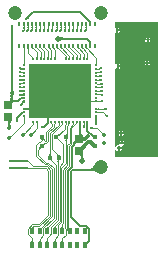
<source format=gtl>
G04*
G04 #@! TF.GenerationSoftware,Altium Limited,Altium Designer,18.0.12 (696)*
G04*
G04 Layer_Physical_Order=1*
G04 Layer_Color=255*
%FSLAX44Y44*%
%MOMM*%
G71*
G01*
G75*
%ADD13C,0.0500*%
%ADD14R,0.4318X0.4318*%
%ADD15R,0.7620X0.6858*%
%ADD16R,0.4318X0.4318*%
%ADD17R,0.1600X0.4350*%
%ADD18R,0.2500X0.4350*%
%ADD19R,0.1524X0.2032*%
%ADD20R,0.2032X0.1524*%
%ADD21R,1.6000X0.2500*%
%ADD22R,5.3340X4.5720*%
%ADD37C,0.1500*%
%ADD38C,0.0750*%
%ADD39C,0.2000*%
%ADD40C,0.0762*%
%ADD41C,0.1016*%
%ADD42C,0.1000*%
%ADD43C,0.3000*%
%ADD44C,0.1524*%
%ADD45P,0.3247X8X202.5*%
%ADD46O,0.4000X0.6000*%
%ADD47C,1.2000*%
%ADD48P,0.3247X8X112.5*%
%ADD49C,0.2500*%
%ADD50C,0.3000*%
%ADD51C,0.5000*%
G36*
X-24766Y133370D02*
X-25400Y132665D01*
X-26885Y134150D01*
X-26865Y134156D01*
X-26834Y134175D01*
X-26792Y134207D01*
X-26674Y134308D01*
X-26302Y134663D01*
X-26180Y134784D01*
X-24766Y133370D01*
D02*
G37*
G36*
X23928Y125768D02*
X23864Y125745D01*
X23808Y125708D01*
X23759Y125655D01*
X23718Y125588D01*
X23684Y125505D01*
X23658Y125408D01*
X23639Y125295D01*
X23628Y125168D01*
X23624Y125025D01*
X22874D01*
X22873Y125168D01*
X22851Y125505D01*
X22838Y125588D01*
X22822Y125655D01*
X22803Y125708D01*
X22781Y125745D01*
X22757Y125768D01*
X22729Y125775D01*
X23999D01*
X23928Y125768D01*
D02*
G37*
G36*
X20428D02*
X20364Y125745D01*
X20308Y125708D01*
X20259Y125655D01*
X20218Y125588D01*
X20184Y125505D01*
X20158Y125408D01*
X20139Y125295D01*
X20128Y125168D01*
X20124Y125025D01*
X19374D01*
X19373Y125168D01*
X19351Y125505D01*
X19338Y125588D01*
X19322Y125655D01*
X19303Y125708D01*
X19282Y125745D01*
X19257Y125768D01*
X19229Y125775D01*
X20499D01*
X20428Y125768D01*
D02*
G37*
G36*
X16928D02*
X16864Y125745D01*
X16808Y125708D01*
X16759Y125655D01*
X16718Y125588D01*
X16684Y125505D01*
X16658Y125408D01*
X16639Y125295D01*
X16628Y125168D01*
X16624Y125025D01*
X15874D01*
X15873Y125168D01*
X15851Y125505D01*
X15838Y125588D01*
X15822Y125655D01*
X15803Y125708D01*
X15782Y125745D01*
X15757Y125768D01*
X15729Y125775D01*
X16999D01*
X16928Y125768D01*
D02*
G37*
G36*
X13428D02*
X13364Y125745D01*
X13308Y125708D01*
X13259Y125655D01*
X13218Y125588D01*
X13184Y125505D01*
X13158Y125408D01*
X13139Y125295D01*
X13128Y125168D01*
X13124Y125025D01*
X12374D01*
X12373Y125168D01*
X12351Y125505D01*
X12338Y125588D01*
X12322Y125655D01*
X12303Y125708D01*
X12282Y125745D01*
X12257Y125768D01*
X12229Y125775D01*
X13499D01*
X13428Y125768D01*
D02*
G37*
G36*
X9928D02*
X9865Y125745D01*
X9808Y125708D01*
X9760Y125655D01*
X9718Y125588D01*
X9685Y125505D01*
X9658Y125408D01*
X9639Y125295D01*
X9628Y125168D01*
X9625Y125025D01*
X8874D01*
X8873Y125168D01*
X8851Y125505D01*
X8838Y125588D01*
X8822Y125655D01*
X8803Y125708D01*
X8782Y125745D01*
X8757Y125768D01*
X8729Y125775D01*
X9999D01*
X9928Y125768D01*
D02*
G37*
G36*
X6428D02*
X6364Y125745D01*
X6308Y125708D01*
X6259Y125655D01*
X6218Y125588D01*
X6184Y125505D01*
X6158Y125408D01*
X6140Y125295D01*
X6128Y125168D01*
X6125Y125025D01*
X5375D01*
X5373Y125168D01*
X5351Y125505D01*
X5338Y125588D01*
X5322Y125655D01*
X5303Y125708D01*
X5282Y125745D01*
X5257Y125768D01*
X5229Y125775D01*
X6500D01*
X6428Y125768D01*
D02*
G37*
G36*
X2928D02*
X2864Y125745D01*
X2808Y125708D01*
X2760Y125655D01*
X2718Y125588D01*
X2684Y125505D01*
X2658Y125408D01*
X2639Y125295D01*
X2628Y125168D01*
X2625Y125025D01*
X1875D01*
X1873Y125168D01*
X1851Y125505D01*
X1838Y125588D01*
X1822Y125655D01*
X1804Y125708D01*
X1782Y125745D01*
X1757Y125768D01*
X1729Y125775D01*
X3000D01*
X2928Y125768D01*
D02*
G37*
G36*
X-572D02*
X-635Y125745D01*
X-692Y125708D01*
X-740Y125655D01*
X-782Y125588D01*
X-815Y125505D01*
X-842Y125408D01*
X-860Y125295D01*
X-872Y125168D01*
X-875Y125025D01*
X-1625D01*
X-1627Y125168D01*
X-1649Y125505D01*
X-1662Y125588D01*
X-1678Y125655D01*
X-1697Y125708D01*
X-1718Y125745D01*
X-1743Y125768D01*
X-1770Y125775D01*
X-500D01*
X-572Y125768D01*
D02*
G37*
G36*
X-7572D02*
X-7635Y125745D01*
X-7692Y125708D01*
X-7740Y125655D01*
X-7782Y125588D01*
X-7815Y125505D01*
X-7842Y125408D01*
X-7860Y125295D01*
X-7872Y125168D01*
X-7875Y125025D01*
X-8625D01*
X-8627Y125168D01*
X-8649Y125505D01*
X-8662Y125588D01*
X-8678Y125655D01*
X-8696Y125708D01*
X-8718Y125745D01*
X-8743Y125768D01*
X-8770Y125775D01*
X-7500D01*
X-7572Y125768D01*
D02*
G37*
G36*
X-11072D02*
X-11135Y125745D01*
X-11192Y125708D01*
X-11240Y125655D01*
X-11282Y125588D01*
X-11315Y125505D01*
X-11342Y125408D01*
X-11360Y125295D01*
X-11372Y125168D01*
X-11375Y125025D01*
X-12125D01*
X-12127Y125168D01*
X-12148Y125505D01*
X-12162Y125588D01*
X-12177Y125655D01*
X-12196Y125708D01*
X-12218Y125745D01*
X-12243Y125768D01*
X-12270Y125775D01*
X-11000D01*
X-11072Y125768D01*
D02*
G37*
G36*
X-14571D02*
X-14635Y125745D01*
X-14692Y125708D01*
X-14740Y125655D01*
X-14782Y125588D01*
X-14815Y125505D01*
X-14842Y125408D01*
X-14860Y125295D01*
X-14871Y125168D01*
X-14875Y125025D01*
X-15625D01*
X-15627Y125168D01*
X-15648Y125505D01*
X-15661Y125588D01*
X-15677Y125655D01*
X-15696Y125708D01*
X-15718Y125745D01*
X-15743Y125768D01*
X-15770Y125775D01*
X-14500D01*
X-14571Y125768D01*
D02*
G37*
G36*
X-18072D02*
X-18135Y125745D01*
X-18191Y125708D01*
X-18240Y125655D01*
X-18282Y125588D01*
X-18315Y125505D01*
X-18341Y125408D01*
X-18360Y125295D01*
X-18371Y125168D01*
X-18375Y125025D01*
X-19125D01*
X-19127Y125168D01*
X-19148Y125505D01*
X-19161Y125588D01*
X-19177Y125655D01*
X-19196Y125708D01*
X-19218Y125745D01*
X-19243Y125768D01*
X-19270Y125775D01*
X-18000D01*
X-18072Y125768D01*
D02*
G37*
G36*
X-21572D02*
X-21635Y125745D01*
X-21692Y125708D01*
X-21740Y125655D01*
X-21781Y125588D01*
X-21815Y125505D01*
X-21841Y125408D01*
X-21860Y125295D01*
X-21872Y125168D01*
X-21875Y125025D01*
X-22625D01*
X-22627Y125168D01*
X-22648Y125505D01*
X-22661Y125588D01*
X-22677Y125655D01*
X-22696Y125708D01*
X-22718Y125745D01*
X-22743Y125768D01*
X-22770Y125775D01*
X-21500D01*
X-21572Y125768D01*
D02*
G37*
G36*
X-25071D02*
X-25135Y125745D01*
X-25192Y125708D01*
X-25240Y125655D01*
X-25282Y125588D01*
X-25315Y125505D01*
X-25341Y125408D01*
X-25360Y125295D01*
X-25371Y125168D01*
X-25375Y125025D01*
X-26125D01*
X-26127Y125168D01*
X-26148Y125505D01*
X-26161Y125588D01*
X-26177Y125655D01*
X-26196Y125708D01*
X-26218Y125745D01*
X-26242Y125768D01*
X-26270Y125775D01*
X-25000D01*
X-25071Y125768D01*
D02*
G37*
G36*
X-28455D02*
X-28519Y125745D01*
X-28575Y125708D01*
X-28624Y125655D01*
X-28665Y125588D01*
X-28699Y125505D01*
X-28725Y125408D01*
X-28744Y125295D01*
X-28755Y125168D01*
X-28759Y125025D01*
X-29509D01*
X-29512Y125168D01*
X-29532Y125408D01*
X-29551Y125505D01*
X-29574Y125588D01*
X-29603Y125655D01*
X-29637Y125708D01*
X-29676Y125745D01*
X-29720Y125768D01*
X-29770Y125775D01*
X-28384D01*
X-28455Y125768D01*
D02*
G37*
G36*
X-4061Y125768D02*
X-4126Y125745D01*
X-4183Y125707D01*
X-4232Y125653D01*
X-4274Y125585D01*
X-4308Y125501D01*
X-4335Y125402D01*
X-4354Y125288D01*
X-4366Y125158D01*
X-4369Y125013D01*
X-5131D01*
X-5133Y125158D01*
X-5166Y125585D01*
X-5181Y125653D01*
X-5199Y125707D01*
X-5220Y125745D01*
X-5244Y125768D01*
X-5270Y125775D01*
X-3988D01*
X-4061Y125768D01*
D02*
G37*
G36*
X-37741Y125054D02*
X-37750Y125018D01*
X-37757Y124966D01*
X-37769Y124811D01*
X-37781Y124296D01*
X-37782Y124125D01*
X-39782D01*
X-39832Y125072D01*
X-37732D01*
X-37741Y125054D01*
D02*
G37*
G36*
X-28759Y124586D02*
X-28754Y124477D01*
X-28741Y124368D01*
X-28718Y124259D01*
X-28686Y124149D01*
X-28645Y124040D01*
X-28595Y123930D01*
X-28535Y123820D01*
X-28467Y123709D01*
X-28389Y123599D01*
X-28302Y123488D01*
X-30042Y123675D01*
X-29941Y123760D01*
X-29850Y123849D01*
X-29770Y123941D01*
X-29701Y124036D01*
X-29642Y124134D01*
X-29594Y124235D01*
X-29557Y124339D01*
X-29530Y124446D01*
X-29514Y124557D01*
X-29509Y124670D01*
X-28759Y124586D01*
D02*
G37*
G36*
X23624Y124333D02*
X23628Y124227D01*
X23641Y124119D01*
X23661Y124010D01*
X23690Y123899D01*
X23727Y123787D01*
X23772Y123673D01*
X23826Y123557D01*
X23957Y123321D01*
X24035Y123200D01*
X22321Y123549D01*
X22426Y123623D01*
X22520Y123701D01*
X22603Y123785D01*
X22675Y123872D01*
X22736Y123964D01*
X22786Y124061D01*
X22824Y124162D01*
X22852Y124268D01*
X22869Y124378D01*
X22874Y124493D01*
X23624Y124333D01*
D02*
G37*
G36*
X20124Y124333D02*
X20129Y124227D01*
X20141Y124119D01*
X20161Y124010D01*
X20190Y123899D01*
X20227Y123787D01*
X20272Y123673D01*
X20326Y123557D01*
X20457Y123321D01*
X20536Y123200D01*
X18821Y123549D01*
X18926Y123623D01*
X19020Y123701D01*
X19103Y123785D01*
X19175Y123872D01*
X19236Y123964D01*
X19286Y124061D01*
X19325Y124162D01*
X19352Y124268D01*
X19369Y124378D01*
X19374Y124493D01*
X20124Y124333D01*
D02*
G37*
G36*
X16624D02*
X16629Y124227D01*
X16641Y124119D01*
X16661Y124010D01*
X16690Y123899D01*
X16727Y123787D01*
X16772Y123673D01*
X16826Y123557D01*
X16957Y123321D01*
X17035Y123200D01*
X15321Y123549D01*
X15426Y123623D01*
X15520Y123702D01*
X15603Y123785D01*
X15675Y123872D01*
X15736Y123964D01*
X15786Y124061D01*
X15825Y124162D01*
X15852Y124268D01*
X15869Y124378D01*
X15874Y124493D01*
X16624Y124333D01*
D02*
G37*
G36*
X13124Y124333D02*
X13128Y124227D01*
X13141Y124119D01*
X13161Y124010D01*
X13190Y123899D01*
X13227Y123787D01*
X13272Y123673D01*
X13326Y123557D01*
X13457Y123321D01*
X13535Y123200D01*
X11821Y123549D01*
X11926Y123623D01*
X12020Y123702D01*
X12103Y123785D01*
X12175Y123872D01*
X12236Y123964D01*
X12286Y124061D01*
X12325Y124162D01*
X12352Y124268D01*
X12369Y124378D01*
X12374Y124493D01*
X13124Y124333D01*
D02*
G37*
G36*
X9625Y124333D02*
X9629Y124227D01*
X9641Y124119D01*
X9661Y124010D01*
X9690Y123899D01*
X9727Y123787D01*
X9772Y123673D01*
X9826Y123557D01*
X9957Y123321D01*
X10036Y123200D01*
X8321Y123549D01*
X8426Y123623D01*
X8520Y123702D01*
X8603Y123785D01*
X8675Y123872D01*
X8736Y123964D01*
X8786Y124061D01*
X8825Y124162D01*
X8852Y124268D01*
X8869Y124378D01*
X8874Y124493D01*
X9625Y124333D01*
D02*
G37*
G36*
X6125D02*
X6129Y124227D01*
X6141Y124119D01*
X6162Y124010D01*
X6190Y123899D01*
X6227Y123787D01*
X6273Y123673D01*
X6326Y123557D01*
X6457Y123321D01*
X6536Y123200D01*
X4821Y123549D01*
X4926Y123623D01*
X5020Y123702D01*
X5103Y123785D01*
X5175Y123872D01*
X5236Y123964D01*
X5286Y124061D01*
X5325Y124162D01*
X5352Y124268D01*
X5369Y124378D01*
X5375Y124493D01*
X6125Y124333D01*
D02*
G37*
G36*
X2625Y124333D02*
X2629Y124227D01*
X2641Y124119D01*
X2661Y124010D01*
X2690Y123899D01*
X2727Y123787D01*
X2772Y123673D01*
X2826Y123557D01*
X2957Y123321D01*
X3036Y123200D01*
X1321Y123549D01*
X1426Y123623D01*
X1520Y123702D01*
X1603Y123785D01*
X1675Y123872D01*
X1736Y123964D01*
X1786Y124061D01*
X1825Y124162D01*
X1852Y124268D01*
X1869Y124378D01*
X1875Y124493D01*
X2625Y124333D01*
D02*
G37*
G36*
X-875D02*
X-871Y124227D01*
X-859Y124119D01*
X-838Y124010D01*
X-810Y123899D01*
X-773Y123787D01*
X-728Y123673D01*
X-674Y123557D01*
X-542Y123321D01*
X-464Y123200D01*
X-2179Y123549D01*
X-2074Y123623D01*
X-1980Y123702D01*
X-1897Y123785D01*
X-1825Y123872D01*
X-1764Y123964D01*
X-1714Y124061D01*
X-1675Y124162D01*
X-1648Y124268D01*
X-1631Y124378D01*
X-1625Y124494D01*
X-875Y124333D01*
D02*
G37*
G36*
X-4369Y124329D02*
X-4365Y124222D01*
X-4353Y124114D01*
X-4333Y124005D01*
X-4305Y123894D01*
X-4268Y123782D01*
X-4224Y123668D01*
X-4171Y123553D01*
X-4041Y123319D01*
X-3964Y123200D01*
X-5679Y123549D01*
X-5575Y123622D01*
X-5482Y123700D01*
X-5400Y123783D01*
X-5329Y123870D01*
X-5268Y123962D01*
X-5219Y124059D01*
X-5181Y124160D01*
X-5153Y124267D01*
X-5137Y124377D01*
X-5131Y124493D01*
X-4369Y124329D01*
D02*
G37*
G36*
X-7875Y124333D02*
X-7871Y124227D01*
X-7859Y124119D01*
X-7838Y124010D01*
X-7810Y123899D01*
X-7773Y123787D01*
X-7727Y123673D01*
X-7674Y123557D01*
X-7542Y123321D01*
X-7464Y123200D01*
X-9179Y123549D01*
X-9074Y123623D01*
X-8980Y123702D01*
X-8897Y123785D01*
X-8825Y123872D01*
X-8764Y123964D01*
X-8714Y124061D01*
X-8675Y124162D01*
X-8648Y124268D01*
X-8631Y124378D01*
X-8625Y124494D01*
X-7875Y124333D01*
D02*
G37*
G36*
X-11375Y124333D02*
X-11371Y124227D01*
X-11359Y124119D01*
X-11338Y124010D01*
X-11310Y123899D01*
X-11273Y123787D01*
X-11227Y123673D01*
X-11174Y123557D01*
X-11042Y123321D01*
X-10964Y123200D01*
X-12679Y123549D01*
X-12574Y123623D01*
X-12480Y123702D01*
X-12397Y123785D01*
X-12325Y123872D01*
X-12264Y123964D01*
X-12214Y124061D01*
X-12175Y124162D01*
X-12148Y124268D01*
X-12131Y124378D01*
X-12125Y124494D01*
X-11375Y124333D01*
D02*
G37*
G36*
X-14875Y124333D02*
X-14871Y124227D01*
X-14859Y124119D01*
X-14838Y124010D01*
X-14809Y123899D01*
X-14773Y123787D01*
X-14727Y123673D01*
X-14674Y123557D01*
X-14542Y123321D01*
X-14464Y123200D01*
X-16179Y123549D01*
X-16074Y123623D01*
X-15980Y123702D01*
X-15897Y123785D01*
X-15825Y123872D01*
X-15764Y123964D01*
X-15714Y124061D01*
X-15675Y124162D01*
X-15647Y124268D01*
X-15631Y124378D01*
X-15625Y124494D01*
X-14875Y124333D01*
D02*
G37*
G36*
X-18375D02*
X-18371Y124227D01*
X-18359Y124119D01*
X-18338Y124010D01*
X-18310Y123899D01*
X-18273Y123787D01*
X-18227Y123673D01*
X-18174Y123557D01*
X-18042Y123321D01*
X-17964Y123200D01*
X-19679Y123549D01*
X-19574Y123623D01*
X-19480Y123702D01*
X-19397Y123785D01*
X-19325Y123872D01*
X-19264Y123964D01*
X-19214Y124061D01*
X-19175Y124162D01*
X-19147Y124268D01*
X-19131Y124378D01*
X-19125Y124494D01*
X-18375Y124333D01*
D02*
G37*
G36*
X-21875Y124332D02*
X-21871Y124227D01*
X-21859Y124119D01*
X-21838Y124010D01*
X-21809Y123899D01*
X-21772Y123787D01*
X-21727Y123673D01*
X-21674Y123557D01*
X-21542Y123320D01*
X-21464Y123200D01*
X-23179Y123549D01*
X-23074Y123623D01*
X-22980Y123702D01*
X-22897Y123785D01*
X-22825Y123872D01*
X-22764Y123964D01*
X-22714Y124061D01*
X-22675Y124162D01*
X-22647Y124268D01*
X-22631Y124378D01*
X-22625Y124494D01*
X-21875Y124332D01*
D02*
G37*
G36*
X-25375D02*
X-25371Y124227D01*
X-25359Y124119D01*
X-25338Y124010D01*
X-25309Y123899D01*
X-25273Y123787D01*
X-25227Y123673D01*
X-25174Y123557D01*
X-25042Y123320D01*
X-24964Y123200D01*
X-26679Y123549D01*
X-26574Y123623D01*
X-26480Y123702D01*
X-26397Y123785D01*
X-26325Y123872D01*
X-26264Y123964D01*
X-26214Y124061D01*
X-26175Y124162D01*
X-26147Y124268D01*
X-26131Y124378D01*
X-26125Y124494D01*
X-25375Y124332D01*
D02*
G37*
G36*
X84500Y15500D02*
X47812D01*
Y21602D01*
X49082Y21718D01*
X50250Y20550D01*
X50750D01*
Y23050D01*
X51500D01*
Y23800D01*
X54000D01*
Y24180D01*
X54000Y24300D01*
X54592Y25504D01*
X54853Y25556D01*
X55597Y26053D01*
X56094Y26797D01*
X56120Y26925D01*
X51830D01*
X51856Y26797D01*
X51161Y25550D01*
X50250D01*
X49082Y24382D01*
X47812Y24498D01*
Y90187D01*
X48311Y90511D01*
X49082Y90742D01*
X49622Y90381D01*
X49750Y90355D01*
Y92500D01*
Y94645D01*
X49622Y94619D01*
X49082Y94258D01*
X48311Y94489D01*
X47812Y94813D01*
Y120229D01*
X49082Y120907D01*
X49122Y120881D01*
X49250Y120855D01*
Y123000D01*
Y125145D01*
X49122Y125119D01*
X49082Y125093D01*
X47812Y125771D01*
Y129500D01*
X84500D01*
Y15500D01*
D02*
G37*
G36*
X2088Y117483D02*
X2251Y117355D01*
X2425Y117242D01*
X2609Y117145D01*
X2804Y117063D01*
X3010Y116995D01*
X3227Y116943D01*
X3454Y116905D01*
X3692Y116882D01*
X3941Y116875D01*
Y114875D01*
X3692Y114867D01*
X3454Y114845D01*
X3227Y114808D01*
X3010Y114755D01*
X2804Y114688D01*
X2609Y114605D01*
X2425Y114508D01*
X2251Y114395D01*
X2088Y114268D01*
X1935Y114125D01*
Y117625D01*
X2088Y117483D01*
D02*
G37*
G36*
X24226Y108628D02*
X24204Y108559D01*
Y108479D01*
X24226Y108389D01*
X24268Y108288D01*
X24332Y108177D01*
X24417Y108055D01*
X24523Y107922D01*
X24799Y107625D01*
X24268Y107095D01*
X24114Y107243D01*
X23839Y107477D01*
X23717Y107562D01*
X23605Y107625D01*
X23505Y107668D01*
X23414Y107689D01*
X23335D01*
X23266Y107668D01*
X23207Y107625D01*
X24268Y108686D01*
X24226Y108628D01*
D02*
G37*
G36*
X20726D02*
X20705Y108559D01*
Y108479D01*
X20726Y108389D01*
X20768Y108288D01*
X20832Y108177D01*
X20917Y108055D01*
X21023Y107922D01*
X21299Y107625D01*
X20768Y107095D01*
X20615Y107243D01*
X20339Y107477D01*
X20217Y107562D01*
X20105Y107625D01*
X20005Y107668D01*
X19914Y107689D01*
X19835D01*
X19766Y107668D01*
X19708Y107625D01*
X20768Y108686D01*
X20726Y108628D01*
D02*
G37*
G36*
X17226D02*
X17205Y108559D01*
Y108479D01*
X17226Y108389D01*
X17268Y108288D01*
X17332Y108177D01*
X17417Y108055D01*
X17523Y107922D01*
X17799Y107625D01*
X17268Y107095D01*
X17114Y107243D01*
X16839Y107477D01*
X16717Y107562D01*
X16605Y107625D01*
X16505Y107668D01*
X16415Y107689D01*
X16335D01*
X16266Y107668D01*
X16208Y107625D01*
X17268Y108686D01*
X17226Y108628D01*
D02*
G37*
G36*
X13726D02*
X13705Y108559D01*
Y108479D01*
X13726Y108389D01*
X13768Y108288D01*
X13832Y108177D01*
X13917Y108055D01*
X14023Y107922D01*
X14299Y107625D01*
X13768Y107095D01*
X13615Y107243D01*
X13339Y107477D01*
X13217Y107562D01*
X13105Y107625D01*
X13005Y107668D01*
X12915Y107689D01*
X12835D01*
X12766Y107668D01*
X12708Y107625D01*
X13768Y108686D01*
X13726Y108628D01*
D02*
G37*
G36*
X10226D02*
X10205Y108559D01*
Y108479D01*
X10226Y108389D01*
X10268Y108288D01*
X10332Y108177D01*
X10417Y108055D01*
X10523Y107922D01*
X10799Y107625D01*
X10268Y107095D01*
X10115Y107243D01*
X9839Y107477D01*
X9717Y107562D01*
X9606Y107625D01*
X9505Y107668D01*
X9415Y107689D01*
X9335D01*
X9266Y107668D01*
X9208Y107625D01*
X10268Y108686D01*
X10226Y108628D01*
D02*
G37*
G36*
X6726D02*
X6705Y108559D01*
Y108479D01*
X6726Y108389D01*
X6769Y108288D01*
X6832Y108177D01*
X6917Y108055D01*
X7023Y107922D01*
X7299Y107625D01*
X6769Y107095D01*
X6615Y107243D01*
X6339Y107477D01*
X6217Y107562D01*
X6106Y107625D01*
X6005Y107668D01*
X5915Y107689D01*
X5835D01*
X5766Y107668D01*
X5708Y107625D01*
X6769Y108686D01*
X6726Y108628D01*
D02*
G37*
G36*
X3226D02*
X3205Y108559D01*
Y108479D01*
X3226Y108389D01*
X3268Y108288D01*
X3332Y108177D01*
X3417Y108055D01*
X3523Y107922D01*
X3799Y107625D01*
X3268Y107095D01*
X3115Y107243D01*
X2839Y107477D01*
X2717Y107562D01*
X2606Y107625D01*
X2505Y107668D01*
X2415Y107689D01*
X2335D01*
X2266Y107668D01*
X2208Y107625D01*
X3268Y108686D01*
X3226Y108628D01*
D02*
G37*
G36*
X-274D02*
X-295Y108559D01*
Y108479D01*
X-274Y108389D01*
X-231Y108288D01*
X-168Y108177D01*
X-83Y108055D01*
X23Y107922D01*
X299Y107625D01*
X-231Y107095D01*
X-385Y107243D01*
X-661Y107477D01*
X-783Y107562D01*
X-894Y107625D01*
X-995Y107668D01*
X-1085Y107689D01*
X-1165D01*
X-1234Y107668D01*
X-1292Y107625D01*
X-231Y108686D01*
X-274Y108628D01*
D02*
G37*
G36*
X-3774D02*
X-3795Y108559D01*
Y108479D01*
X-3774Y108389D01*
X-3731Y108288D01*
X-3668Y108177D01*
X-3583Y108055D01*
X-3477Y107922D01*
X-3201Y107625D01*
X-3731Y107095D01*
X-3885Y107243D01*
X-4161Y107477D01*
X-4283Y107562D01*
X-4394Y107625D01*
X-4495Y107668D01*
X-4585Y107689D01*
X-4665D01*
X-4734Y107668D01*
X-4792Y107625D01*
X-3731Y108686D01*
X-3774Y108628D01*
D02*
G37*
G36*
X-7274D02*
X-7295Y108559D01*
Y108479D01*
X-7274Y108389D01*
X-7231Y108288D01*
X-7168Y108177D01*
X-7083Y108055D01*
X-6977Y107922D01*
X-6701Y107625D01*
X-7231Y107095D01*
X-7385Y107243D01*
X-7661Y107477D01*
X-7783Y107562D01*
X-7894Y107625D01*
X-7995Y107668D01*
X-8085Y107689D01*
X-8165D01*
X-8234Y107668D01*
X-8292Y107625D01*
X-7231Y108686D01*
X-7274Y108628D01*
D02*
G37*
G36*
X-10774D02*
X-10795Y108559D01*
Y108479D01*
X-10774Y108389D01*
X-10731Y108288D01*
X-10668Y108177D01*
X-10583Y108055D01*
X-10477Y107922D01*
X-10201Y107625D01*
X-10731Y107095D01*
X-10885Y107243D01*
X-11161Y107477D01*
X-11283Y107562D01*
X-11394Y107625D01*
X-11495Y107668D01*
X-11585Y107689D01*
X-11665D01*
X-11734Y107668D01*
X-11792Y107625D01*
X-10731Y108686D01*
X-10774Y108628D01*
D02*
G37*
G36*
X-14274D02*
X-14295Y108559D01*
Y108479D01*
X-14274Y108389D01*
X-14231Y108288D01*
X-14167Y108177D01*
X-14083Y108055D01*
X-13977Y107922D01*
X-13701Y107625D01*
X-14231Y107095D01*
X-14385Y107243D01*
X-14661Y107477D01*
X-14783Y107562D01*
X-14894Y107625D01*
X-14995Y107668D01*
X-15085Y107689D01*
X-15165D01*
X-15234Y107668D01*
X-15292Y107625D01*
X-14231Y108686D01*
X-14274Y108628D01*
D02*
G37*
G36*
X-17773D02*
X-17795Y108559D01*
Y108479D01*
X-17773Y108389D01*
X-17731Y108288D01*
X-17667Y108177D01*
X-17583Y108055D01*
X-17477Y107922D01*
X-17201Y107625D01*
X-17731Y107095D01*
X-17885Y107243D01*
X-18161Y107477D01*
X-18283Y107562D01*
X-18394Y107625D01*
X-18495Y107668D01*
X-18585Y107689D01*
X-18664D01*
X-18733Y107668D01*
X-18792Y107625D01*
X-17731Y108686D01*
X-17773Y108628D01*
D02*
G37*
G36*
X-21274D02*
X-21295Y108559D01*
Y108479D01*
X-21274Y108389D01*
X-21231Y108288D01*
X-21167Y108177D01*
X-21083Y108055D01*
X-20977Y107922D01*
X-20701Y107625D01*
X-21231Y107095D01*
X-21385Y107243D01*
X-21661Y107477D01*
X-21783Y107562D01*
X-21894Y107625D01*
X-21995Y107668D01*
X-22085Y107689D01*
X-22164D01*
X-22233Y107668D01*
X-22292Y107625D01*
X-21231Y108686D01*
X-21274Y108628D01*
D02*
G37*
G36*
X-24822Y107618D02*
X-24885Y107595D01*
X-24942Y107558D01*
X-24990Y107505D01*
X-25032Y107438D01*
X-25066Y107355D01*
X-25092Y107258D01*
X-25110Y107145D01*
X-25122Y107018D01*
X-25126Y106875D01*
X-25875D01*
X-25879Y107018D01*
X-25891Y107145D01*
X-25909Y107258D01*
X-25935Y107355D01*
X-25969Y107438D01*
X-26010Y107505D01*
X-26059Y107558D01*
X-26116Y107595D01*
X-26179Y107618D01*
X-26251Y107625D01*
X-24750D01*
X-24822Y107618D01*
D02*
G37*
G36*
X-28256D02*
X-28279Y107595D01*
X-28300Y107558D01*
X-28317Y107505D01*
X-28332Y107438D01*
X-28344Y107355D01*
X-28360Y107145D01*
X-28365Y106875D01*
X-29116D01*
X-29119Y107018D01*
X-29130Y107145D01*
X-29149Y107258D01*
X-29176Y107355D01*
X-29209Y107438D01*
X-29251Y107505D01*
X-29299Y107558D01*
X-29355Y107595D01*
X-29419Y107618D01*
X-29490Y107625D01*
X-28231D01*
X-28256Y107618D01*
D02*
G37*
G36*
X25238Y100357D02*
X25249Y100229D01*
X25267Y100117D01*
X25292Y100019D01*
X25324Y99937D01*
X25363Y99869D01*
X25409Y99817D01*
X25463Y99779D01*
X25523Y99757D01*
X25591Y99749D01*
X24128D01*
X24196Y99757D01*
X24256Y99779D01*
X24310Y99817D01*
X24356Y99869D01*
X24395Y99937D01*
X24427Y100019D01*
X24453Y100117D01*
X24470Y100229D01*
X24481Y100357D01*
X24485Y100499D01*
X25234D01*
X25238Y100357D01*
D02*
G37*
G36*
X22190D02*
X22201Y100229D01*
X22219Y100117D01*
X22244Y100019D01*
X22276Y99937D01*
X22315Y99869D01*
X22361Y99817D01*
X22415Y99779D01*
X22475Y99757D01*
X22543Y99749D01*
X21080D01*
X21148Y99757D01*
X21208Y99779D01*
X21262Y99817D01*
X21308Y99869D01*
X21347Y99937D01*
X21379Y100019D01*
X21405Y100117D01*
X21422Y100229D01*
X21433Y100357D01*
X21437Y100499D01*
X22187D01*
X22190Y100357D01*
D02*
G37*
G36*
X19142D02*
X19153Y100229D01*
X19171Y100117D01*
X19196Y100019D01*
X19228Y99937D01*
X19267Y99869D01*
X19313Y99817D01*
X19367Y99779D01*
X19427Y99757D01*
X19495Y99749D01*
X18032D01*
X18100Y99757D01*
X18160Y99779D01*
X18214Y99817D01*
X18260Y99869D01*
X18299Y99937D01*
X18332Y100019D01*
X18356Y100117D01*
X18374Y100229D01*
X18385Y100357D01*
X18389Y100499D01*
X19138D01*
X19142Y100357D01*
D02*
G37*
G36*
X16094D02*
X16105Y100229D01*
X16123Y100117D01*
X16148Y100019D01*
X16180Y99937D01*
X16219Y99869D01*
X16265Y99817D01*
X16319Y99779D01*
X16379Y99757D01*
X16447Y99749D01*
X14984D01*
X15052Y99757D01*
X15112Y99779D01*
X15166Y99817D01*
X15212Y99869D01*
X15251Y99937D01*
X15283Y100019D01*
X15309Y100117D01*
X15326Y100229D01*
X15337Y100357D01*
X15340Y100499D01*
X16091D01*
X16094Y100357D01*
D02*
G37*
G36*
X13046D02*
X13057Y100229D01*
X13075Y100117D01*
X13100Y100019D01*
X13132Y99937D01*
X13171Y99869D01*
X13217Y99817D01*
X13271Y99779D01*
X13331Y99757D01*
X13399Y99749D01*
X11936D01*
X12004Y99757D01*
X12064Y99779D01*
X12118Y99817D01*
X12164Y99869D01*
X12203Y99937D01*
X12235Y100019D01*
X12261Y100117D01*
X12278Y100229D01*
X12289Y100357D01*
X12292Y100499D01*
X13043D01*
X13046Y100357D01*
D02*
G37*
G36*
X9998D02*
X10009Y100229D01*
X10027Y100117D01*
X10052Y100019D01*
X10084Y99937D01*
X10123Y99869D01*
X10169Y99817D01*
X10223Y99779D01*
X10283Y99757D01*
X10351Y99749D01*
X8888D01*
X8956Y99757D01*
X9016Y99779D01*
X9070Y99817D01*
X9116Y99869D01*
X9155Y99937D01*
X9187Y100019D01*
X9212Y100117D01*
X9230Y100229D01*
X9241Y100357D01*
X9244Y100499D01*
X9995D01*
X9998Y100357D01*
D02*
G37*
G36*
X-2194D02*
X-2183Y100229D01*
X-2165Y100117D01*
X-2140Y100019D01*
X-2108Y99937D01*
X-2069Y99869D01*
X-2023Y99817D01*
X-1969Y99779D01*
X-1909Y99757D01*
X-1841Y99749D01*
X-3304D01*
X-3236Y99757D01*
X-3176Y99779D01*
X-3122Y99817D01*
X-3076Y99869D01*
X-3037Y99937D01*
X-3004Y100019D01*
X-2979Y100117D01*
X-2962Y100229D01*
X-2951Y100357D01*
X-2948Y100499D01*
X-2198D01*
X-2194Y100357D01*
D02*
G37*
G36*
X-5242D02*
X-5231Y100229D01*
X-5213Y100117D01*
X-5188Y100019D01*
X-5156Y99937D01*
X-5117Y99869D01*
X-5071Y99817D01*
X-5017Y99779D01*
X-4957Y99757D01*
X-4889Y99749D01*
X-6352D01*
X-6284Y99757D01*
X-6224Y99779D01*
X-6170Y99817D01*
X-6124Y99869D01*
X-6085Y99937D01*
X-6053Y100019D01*
X-6028Y100117D01*
X-6010Y100229D01*
X-5999Y100357D01*
X-5996Y100499D01*
X-5246D01*
X-5242Y100357D01*
D02*
G37*
G36*
X-8290D02*
X-8279Y100229D01*
X-8261Y100117D01*
X-8236Y100019D01*
X-8204Y99937D01*
X-8165Y99869D01*
X-8119Y99817D01*
X-8065Y99779D01*
X-8005Y99757D01*
X-7937Y99749D01*
X-9400D01*
X-9332Y99757D01*
X-9272Y99779D01*
X-9218Y99817D01*
X-9172Y99869D01*
X-9133Y99937D01*
X-9100Y100019D01*
X-9075Y100117D01*
X-9058Y100229D01*
X-9047Y100357D01*
X-9043Y100499D01*
X-8293D01*
X-8290Y100357D01*
D02*
G37*
G36*
X-11338D02*
X-11327Y100229D01*
X-11309Y100117D01*
X-11284Y100019D01*
X-11252Y99937D01*
X-11213Y99869D01*
X-11167Y99817D01*
X-11113Y99779D01*
X-11053Y99757D01*
X-10985Y99749D01*
X-12448D01*
X-12380Y99757D01*
X-12320Y99779D01*
X-12266Y99817D01*
X-12220Y99869D01*
X-12181Y99937D01*
X-12148Y100019D01*
X-12124Y100117D01*
X-12106Y100229D01*
X-12095Y100357D01*
X-12091Y100499D01*
X-11342D01*
X-11338Y100357D01*
D02*
G37*
G36*
X-14386D02*
X-14375Y100229D01*
X-14357Y100117D01*
X-14332Y100019D01*
X-14300Y99937D01*
X-14261Y99869D01*
X-14215Y99817D01*
X-14161Y99779D01*
X-14101Y99757D01*
X-14033Y99749D01*
X-15496D01*
X-15428Y99757D01*
X-15368Y99779D01*
X-15314Y99817D01*
X-15268Y99869D01*
X-15229Y99937D01*
X-15196Y100019D01*
X-15172Y100117D01*
X-15154Y100229D01*
X-15143Y100357D01*
X-15139Y100499D01*
X-14389D01*
X-14386Y100357D01*
D02*
G37*
G36*
X-17434D02*
X-17423Y100229D01*
X-17405Y100117D01*
X-17380Y100019D01*
X-17348Y99937D01*
X-17309Y99869D01*
X-17263Y99817D01*
X-17209Y99779D01*
X-17149Y99757D01*
X-17081Y99749D01*
X-18544D01*
X-18476Y99757D01*
X-18416Y99779D01*
X-18362Y99817D01*
X-18316Y99869D01*
X-18277Y99937D01*
X-18245Y100019D01*
X-18219Y100117D01*
X-18202Y100229D01*
X-18191Y100357D01*
X-18188Y100499D01*
X-17437D01*
X-17434Y100357D01*
D02*
G37*
G36*
X6868Y100353D02*
X6879Y100221D01*
X6898Y100105D01*
X6924Y100004D01*
X6958Y99918D01*
X6999Y99848D01*
X7048Y99793D01*
X7104Y99753D01*
X7168Y99728D01*
X7239Y99719D01*
X5840Y99749D01*
X5892Y99757D01*
X5939Y99779D01*
X5980Y99817D01*
X6015Y99869D01*
X6046Y99937D01*
X6070Y100019D01*
X6089Y100117D01*
X6103Y100229D01*
X6111Y100357D01*
X6114Y100499D01*
X6864D01*
X6868Y100353D01*
D02*
G37*
G36*
X-21435Y100128D02*
X-21156Y99889D01*
X-21033Y99801D01*
X-20921Y99734D01*
X-20821Y99689D01*
X-20732Y99664D01*
X-20654Y99661D01*
X-20587Y99680D01*
X-20531Y99719D01*
X-21562Y98689D01*
X-21522Y98744D01*
X-21504Y98811D01*
X-21507Y98889D01*
X-21531Y98978D01*
X-21577Y99079D01*
X-21643Y99191D01*
X-21731Y99313D01*
X-21840Y99448D01*
X-22122Y99749D01*
X-21592Y100280D01*
X-21435Y100128D01*
D02*
G37*
G36*
X32858Y94509D02*
X32870Y94376D01*
X32888Y94259D01*
X32915Y94158D01*
X32948Y94072D01*
X32989Y94002D01*
X33038Y93947D01*
X33094Y93908D01*
X33158Y93885D01*
X33229Y93877D01*
X31730D01*
X31801Y93885D01*
X31865Y93908D01*
X31921Y93947D01*
X31969Y94002D01*
X32011Y94072D01*
X32044Y94158D01*
X32071Y94259D01*
X32090Y94376D01*
X32101Y94509D01*
X32104Y94657D01*
X32854D01*
X32858Y94509D01*
D02*
G37*
G36*
X-28362Y94511D02*
X-28350Y94379D01*
X-28332Y94263D01*
X-28305Y94162D01*
X-28272Y94076D01*
X-28230Y94006D01*
X-28182Y93951D01*
X-28125Y93911D01*
X-28062Y93886D01*
X-27990Y93877D01*
X-29466Y93907D01*
X-29399Y93915D01*
X-29340Y93937D01*
X-29287Y93975D01*
X-29242Y94027D01*
X-29203Y94095D01*
X-29172Y94177D01*
X-29147Y94275D01*
X-29130Y94387D01*
X-29119Y94515D01*
X-29116Y94657D01*
X-28365D01*
X-28362Y94511D01*
D02*
G37*
G36*
X35873Y90051D02*
X35797Y90081D01*
X35721Y90099D01*
X35645Y90108D01*
X35570Y90105D01*
X35495Y90092D01*
X35420Y90067D01*
X35346Y90032D01*
X35273Y89987D01*
X35199Y89930D01*
X35126Y89863D01*
X34634Y90431D01*
X34724Y90525D01*
X34878Y90709D01*
X34942Y90800D01*
X34998Y90890D01*
X35046Y90979D01*
X35085Y91068D01*
X35116Y91155D01*
X35138Y91242D01*
X35152Y91328D01*
X35873Y90051D01*
D02*
G37*
G36*
X-31340Y91332D02*
X-31270Y91236D01*
X-31193Y91151D01*
X-31112Y91078D01*
X-31024Y91016D01*
X-30931Y90965D01*
X-30831Y90926D01*
X-30727Y90898D01*
X-30617Y90881D01*
X-30501Y90875D01*
X-30721Y90125D01*
X-30824Y90121D01*
X-30930Y90110D01*
X-31039Y90092D01*
X-31150Y90066D01*
X-31264Y90032D01*
X-31500Y89943D01*
X-31622Y89887D01*
X-31874Y89753D01*
X-31406Y91439D01*
X-31340Y91332D01*
D02*
G37*
G36*
X-29466Y90859D02*
X-29436Y89750D01*
X-29445Y89821D01*
X-29470Y89885D01*
X-29510Y89942D01*
X-29565Y89990D01*
X-29636Y90031D01*
X-29721Y90065D01*
X-29822Y90091D01*
X-29938Y90110D01*
X-30070Y90121D01*
X-30216Y90125D01*
Y90875D01*
X-29466Y90859D01*
D02*
G37*
G36*
X33473Y90792D02*
X33495Y90731D01*
X33533Y90678D01*
X33585Y90631D01*
X33653Y90592D01*
X33735Y90560D01*
X33833Y90535D01*
X33945Y90517D01*
X34073Y90506D01*
X34215Y90503D01*
Y89753D01*
X34073Y89749D01*
X33945Y89739D01*
X33833Y89721D01*
X33735Y89696D01*
X33653Y89664D01*
X33585Y89625D01*
X33533Y89578D01*
X33495Y89525D01*
X33473Y89464D01*
X33465Y89396D01*
Y90859D01*
X33473Y90792D01*
D02*
G37*
G36*
X35277Y86476D02*
X35160Y86558D01*
X34929Y86696D01*
X34816Y86752D01*
X34703Y86799D01*
X34592Y86838D01*
X34482Y86868D01*
X34372Y86890D01*
X34264Y86903D01*
X34180Y86906D01*
X34068Y86903D01*
X33937Y86892D01*
X33821Y86873D01*
X33720Y86847D01*
X33634Y86813D01*
X33564Y86772D01*
X33509Y86723D01*
X33469Y86667D01*
X33444Y86603D01*
X33435Y86532D01*
X33465Y87811D01*
X33473Y87782D01*
X33495Y87756D01*
X33533Y87733D01*
X33585Y87713D01*
X33653Y87696D01*
X33735Y87682D01*
X33833Y87671D01*
X34067Y87659D01*
X34143Y87662D01*
X34253Y87679D01*
X34359Y87706D01*
X34462Y87744D01*
X34560Y87794D01*
X34655Y87854D01*
X34746Y87925D01*
X34832Y88007D01*
X34915Y88099D01*
X34994Y88203D01*
X35277Y86476D01*
D02*
G37*
G36*
X-29436Y86582D02*
X-29445Y86654D01*
X-29470Y86717D01*
X-29510Y86774D01*
X-29565Y86822D01*
X-29635Y86864D01*
X-29721Y86897D01*
X-29822Y86924D01*
X-29938Y86942D01*
X-30069Y86954D01*
X-30216Y86957D01*
Y87707D01*
X-30073Y87709D01*
X-29586Y87745D01*
X-29534Y87758D01*
X-29496Y87774D01*
X-29474Y87792D01*
X-29466Y87811D01*
X-29436Y86582D01*
D02*
G37*
G36*
X-31375Y88156D02*
X-31297Y88062D01*
X-31214Y87979D01*
X-31127Y87907D01*
X-31035Y87846D01*
X-30938Y87796D01*
X-30837Y87757D01*
X-30731Y87730D01*
X-30621Y87713D01*
X-30506Y87707D01*
X-30669Y86957D01*
X-30775Y86953D01*
X-30882Y86941D01*
X-30991Y86921D01*
X-31102Y86892D01*
X-31214Y86855D01*
X-31329Y86810D01*
X-31445Y86757D01*
X-31681Y86625D01*
X-31802Y86548D01*
X-31449Y88262D01*
X-31375Y88156D01*
D02*
G37*
G36*
X-29436Y83421D02*
X-29445Y83494D01*
X-29470Y83559D01*
X-29511Y83616D01*
X-29567Y83665D01*
X-29638Y83707D01*
X-29725Y83742D01*
X-29827Y83768D01*
X-29945Y83787D01*
X-30079Y83799D01*
X-30228Y83802D01*
Y84564D01*
X-30083Y84566D01*
X-29740Y84596D01*
X-29657Y84614D01*
X-29588Y84636D01*
X-29535Y84662D01*
X-29497Y84692D01*
X-29474Y84726D01*
X-29466Y84763D01*
X-29436Y83421D01*
D02*
G37*
G36*
X33473Y84715D02*
X33495Y84671D01*
X33533Y84633D01*
X33585Y84600D01*
X33653Y84572D01*
X33735Y84549D01*
X33833Y84531D01*
X33945Y84518D01*
X34073Y84510D01*
X34215Y84508D01*
Y83758D01*
X34068Y83754D01*
X33937Y83743D01*
X33821Y83724D01*
X33719Y83698D01*
X33634Y83664D01*
X33563Y83623D01*
X33508Y83574D01*
X33468Y83518D01*
X33444Y83454D01*
X33435Y83383D01*
X33465Y84763D01*
X33473Y84715D01*
D02*
G37*
G36*
X-31425Y84994D02*
X-31338Y84904D01*
X-31248Y84824D01*
X-31155Y84755D01*
X-31058Y84697D01*
X-30957Y84649D01*
X-30854Y84612D01*
X-30746Y84586D01*
X-30635Y84570D01*
X-30521Y84564D01*
X-30619Y83802D01*
X-30728Y83798D01*
X-30837Y83785D01*
X-30947Y83762D01*
X-31057Y83731D01*
X-31167Y83691D01*
X-31277Y83643D01*
X-31387Y83585D01*
X-31498Y83518D01*
X-31609Y83443D01*
X-31720Y83358D01*
X-31508Y85095D01*
X-31425Y84994D01*
D02*
G37*
G36*
X35575Y83290D02*
X35467Y83379D01*
X35359Y83458D01*
X35250Y83528D01*
X35142Y83589D01*
X35033Y83641D01*
X34925Y83683D01*
X34816Y83716D01*
X34707Y83739D01*
X34597Y83753D01*
X34488Y83758D01*
X34424Y84508D01*
X34537Y84513D01*
X34648Y84529D01*
X34755Y84555D01*
X34860Y84592D01*
X34962Y84640D01*
X35062Y84697D01*
X35159Y84766D01*
X35253Y84845D01*
X35345Y84934D01*
X35433Y85034D01*
X35575Y83290D01*
D02*
G37*
G36*
X-29436Y80284D02*
X-29445Y80356D01*
X-29469Y80419D01*
X-29509Y80476D01*
X-29564Y80524D01*
X-29635Y80566D01*
X-29720Y80599D01*
X-29821Y80626D01*
X-29938Y80644D01*
X-30069Y80656D01*
X-30216Y80659D01*
Y81409D01*
X-30073Y81412D01*
X-29834Y81437D01*
X-29736Y81458D01*
X-29653Y81486D01*
X-29586Y81520D01*
X-29534Y81559D01*
X-29496Y81605D01*
X-29474Y81657D01*
X-29466Y81715D01*
X-29436Y80284D01*
D02*
G37*
G36*
X33473Y81648D02*
X33495Y81587D01*
X33533Y81534D01*
X33585Y81487D01*
X33653Y81448D01*
X33735Y81416D01*
X33833Y81391D01*
X33945Y81373D01*
X34073Y81362D01*
X34215Y81359D01*
Y80609D01*
X34073Y80605D01*
X33945Y80595D01*
X33833Y80577D01*
X33735Y80552D01*
X33653Y80520D01*
X33585Y80481D01*
X33533Y80434D01*
X33495Y80381D01*
X33473Y80320D01*
X33465Y80252D01*
Y81715D01*
X33473Y81648D01*
D02*
G37*
G36*
X-31479Y81826D02*
X-31383Y81738D01*
X-31285Y81661D01*
X-31185Y81594D01*
X-31083Y81538D01*
X-30979Y81492D01*
X-30873Y81456D01*
X-30765Y81430D01*
X-30655Y81414D01*
X-30543Y81409D01*
X-30575Y80659D01*
X-30685Y80655D01*
X-30794Y80640D01*
X-30903Y80616D01*
X-31011Y80582D01*
X-31119Y80538D01*
X-31225Y80485D01*
X-31331Y80422D01*
X-31436Y80349D01*
X-31540Y80267D01*
X-31643Y80175D01*
X-31573Y81923D01*
X-31479Y81826D01*
D02*
G37*
G36*
X35501Y80109D02*
X35403Y80204D01*
X35303Y80289D01*
X35201Y80364D01*
X35098Y80429D01*
X34994Y80484D01*
X34888Y80529D01*
X34781Y80564D01*
X34673Y80589D01*
X34563Y80604D01*
X34451Y80609D01*
Y81359D01*
X34563Y81364D01*
X34673Y81379D01*
X34781Y81404D01*
X34888Y81439D01*
X34994Y81484D01*
X35098Y81539D01*
X35201Y81604D01*
X35303Y81679D01*
X35403Y81764D01*
X35501Y81859D01*
Y80109D01*
D02*
G37*
G36*
X33444Y78514D02*
X33468Y78450D01*
X33508Y78394D01*
X33563Y78345D01*
X33634Y78304D01*
X33719Y78270D01*
X33821Y78244D01*
X33937Y78225D01*
X34068Y78214D01*
X34215Y78210D01*
Y77460D01*
X34073Y77457D01*
X33833Y77437D01*
X33735Y77419D01*
X33653Y77396D01*
X33585Y77368D01*
X33533Y77335D01*
X33495Y77296D01*
X33473Y77253D01*
X33465Y77204D01*
X33435Y78585D01*
X33444Y78514D01*
D02*
G37*
G36*
X-29466Y77204D02*
X-29474Y77263D01*
X-29496Y77315D01*
X-29534Y77360D01*
X-29586Y77400D01*
X-29653Y77434D01*
X-29736Y77461D01*
X-29834Y77483D01*
X-29946Y77498D01*
X-30073Y77507D01*
X-30216Y77510D01*
Y78260D01*
X-30069Y78264D01*
X-29938Y78275D01*
X-29821Y78294D01*
X-29720Y78320D01*
X-29635Y78354D01*
X-29564Y78395D01*
X-29509Y78444D01*
X-29469Y78500D01*
X-29445Y78564D01*
X-29436Y78635D01*
X-29466Y77204D01*
D02*
G37*
G36*
X-31540Y78653D02*
X-31436Y78571D01*
X-31331Y78498D01*
X-31225Y78435D01*
X-31119Y78382D01*
X-31011Y78338D01*
X-30903Y78304D01*
X-30794Y78280D01*
X-30685Y78265D01*
X-30575Y78260D01*
X-30543Y77510D01*
X-30655Y77505D01*
X-30765Y77490D01*
X-30873Y77464D01*
X-30979Y77428D01*
X-31083Y77382D01*
X-31185Y77325D01*
X-31285Y77259D01*
X-31383Y77182D01*
X-31479Y77094D01*
X-31573Y76997D01*
X-31643Y78745D01*
X-31540Y78653D01*
D02*
G37*
G36*
X36040Y76934D02*
X35951Y77034D01*
X35859Y77123D01*
X35765Y77202D01*
X35668Y77270D01*
X35568Y77328D01*
X35466Y77376D01*
X35361Y77413D01*
X35254Y77439D01*
X35143Y77455D01*
X35030Y77460D01*
X35094Y78210D01*
X35203Y78215D01*
X35313Y78229D01*
X35422Y78252D01*
X35531Y78285D01*
X35639Y78327D01*
X35748Y78379D01*
X35856Y78439D01*
X35965Y78510D01*
X36073Y78589D01*
X36181Y78678D01*
X36040Y76934D01*
D02*
G37*
G36*
X33444Y75365D02*
X33469Y75301D01*
X33509Y75245D01*
X33564Y75196D01*
X33634Y75155D01*
X33720Y75121D01*
X33821Y75095D01*
X33937Y75076D01*
X34068Y75065D01*
X34215Y75061D01*
Y74311D01*
X34073Y74309D01*
X33735Y74286D01*
X33653Y74272D01*
X33585Y74255D01*
X33533Y74235D01*
X33495Y74212D01*
X33473Y74186D01*
X33465Y74156D01*
X33435Y75436D01*
X33444Y75365D01*
D02*
G37*
G36*
X-29466Y74156D02*
X-29474Y74195D01*
X-29496Y74230D01*
X-29534Y74261D01*
X-29586Y74288D01*
X-29653Y74310D01*
X-29736Y74329D01*
X-29834Y74343D01*
X-29946Y74353D01*
X-30216Y74361D01*
Y75111D01*
X-30069Y75115D01*
X-29938Y75126D01*
X-29822Y75145D01*
X-29721Y75171D01*
X-29635Y75205D01*
X-29564Y75246D01*
X-29509Y75295D01*
X-29469Y75351D01*
X-29445Y75415D01*
X-29436Y75486D01*
X-29466Y74156D01*
D02*
G37*
G36*
X-31607Y75476D02*
X-31384Y75332D01*
X-31273Y75273D01*
X-31162Y75224D01*
X-31052Y75183D01*
X-30942Y75152D01*
X-30833Y75129D01*
X-30724Y75116D01*
X-30616Y75111D01*
X-30520Y74361D01*
X-30634Y74356D01*
X-30744Y74340D01*
X-30851Y74313D01*
X-30955Y74275D01*
X-31055Y74227D01*
X-31152Y74168D01*
X-31246Y74098D01*
X-31337Y74018D01*
X-31424Y73927D01*
X-31508Y73825D01*
X-31720Y75562D01*
X-31607Y75476D01*
D02*
G37*
G36*
X35978Y73765D02*
X35899Y73868D01*
X35816Y73961D01*
X35729Y74043D01*
X35639Y74114D01*
X35544Y74174D01*
X35446Y74223D01*
X35343Y74262D01*
X35237Y74289D01*
X35126Y74305D01*
X35012Y74311D01*
X35141Y75061D01*
X35248Y75065D01*
X35356Y75078D01*
X35466Y75100D01*
X35576Y75130D01*
X35687Y75169D01*
X35800Y75216D01*
X35913Y75272D01*
X36028Y75337D01*
X36260Y75492D01*
X35978Y73765D01*
D02*
G37*
G36*
X33444Y72216D02*
X33469Y72152D01*
X33509Y72096D01*
X33564Y72047D01*
X33635Y72006D01*
X33720Y71972D01*
X33821Y71946D01*
X33937Y71927D01*
X34069Y71916D01*
X34215Y71912D01*
Y71162D01*
X34073Y71161D01*
X33495Y71128D01*
X33473Y71119D01*
X33465Y71108D01*
X33435Y72287D01*
X33444Y72216D01*
D02*
G37*
G36*
X-29466Y71108D02*
X-29474Y71128D01*
X-29496Y71146D01*
X-29534Y71161D01*
X-29586Y71175D01*
X-29653Y71186D01*
X-29736Y71196D01*
X-29946Y71208D01*
X-30216Y71212D01*
Y71962D01*
X-30069Y71966D01*
X-29938Y71977D01*
X-29822Y71996D01*
X-29721Y72022D01*
X-29635Y72056D01*
X-29565Y72097D01*
X-29510Y72146D01*
X-29470Y72202D01*
X-29445Y72266D01*
X-29436Y72337D01*
X-29466Y71108D01*
D02*
G37*
G36*
X-31681Y72294D02*
X-31444Y72163D01*
X-31329Y72110D01*
X-31214Y72065D01*
X-31102Y72028D01*
X-30991Y71999D01*
X-30882Y71979D01*
X-30775Y71967D01*
X-30669Y71962D01*
X-30506Y71212D01*
X-30621Y71207D01*
X-30731Y71190D01*
X-30837Y71163D01*
X-30938Y71124D01*
X-31035Y71074D01*
X-31127Y71013D01*
X-31214Y70941D01*
X-31297Y70858D01*
X-31375Y70764D01*
X-31449Y70658D01*
X-31802Y72372D01*
X-31681Y72294D01*
D02*
G37*
G36*
X35922Y70601D02*
X35854Y70708D01*
X35780Y70803D01*
X35701Y70887D01*
X35617Y70960D01*
X35528Y71022D01*
X35433Y71072D01*
X35333Y71111D01*
X35228Y71139D01*
X35118Y71156D01*
X35002Y71162D01*
X35200Y71912D01*
X35304Y71916D01*
X35411Y71927D01*
X35519Y71947D01*
X35631Y71974D01*
X35744Y72009D01*
X35860Y72051D01*
X36098Y72160D01*
X36221Y72226D01*
X36346Y72299D01*
X35922Y70601D01*
D02*
G37*
G36*
X-37777Y72320D02*
X-37707Y71349D01*
X-37664Y71087D01*
X-37613Y70855D01*
X-37552Y70654D01*
X-37481Y70484D01*
X-37402Y70344D01*
X-37312Y70235D01*
X-40251D01*
X-40162Y70344D01*
X-40082Y70484D01*
X-40012Y70654D01*
X-39951Y70855D01*
X-39899Y71087D01*
X-39857Y71349D01*
X-39801Y71965D01*
X-39782Y72704D01*
X-37782D01*
X-37777Y72320D01*
D02*
G37*
G36*
X33473Y69456D02*
X33495Y69395D01*
X33533Y69342D01*
X33585Y69295D01*
X33653Y69256D01*
X33735Y69224D01*
X33833Y69199D01*
X33945Y69181D01*
X34073Y69170D01*
X34215Y69167D01*
Y68417D01*
X34073Y68413D01*
X33945Y68403D01*
X33833Y68385D01*
X33735Y68360D01*
X33653Y68328D01*
X33585Y68289D01*
X33533Y68242D01*
X33495Y68189D01*
X33473Y68128D01*
X33465Y68060D01*
Y69523D01*
X33473Y69456D01*
D02*
G37*
G36*
X-29466Y68060D02*
X-30216Y68045D01*
Y68795D01*
X-30070Y68798D01*
X-29938Y68810D01*
X-29822Y68828D01*
X-29721Y68855D01*
X-29636Y68888D01*
X-29565Y68930D01*
X-29510Y68978D01*
X-29470Y69035D01*
X-29445Y69098D01*
X-29436Y69170D01*
X-29466Y68060D01*
D02*
G37*
G36*
X-31747Y69096D02*
X-31500Y68977D01*
X-31381Y68929D01*
X-31150Y68854D01*
X-31039Y68828D01*
X-30930Y68809D01*
X-30824Y68798D01*
X-30721Y68795D01*
X-30501Y68045D01*
X-30617Y68039D01*
X-30727Y68022D01*
X-30831Y67994D01*
X-30931Y67954D01*
X-31024Y67904D01*
X-31112Y67842D01*
X-31193Y67768D01*
X-31270Y67684D01*
X-31340Y67588D01*
X-31406Y67481D01*
X-31874Y69167D01*
X-31747Y69096D01*
D02*
G37*
G36*
X-37493Y68566D02*
X-37655Y68351D01*
X-37798Y68119D01*
X-37922Y67870D01*
X-38027Y67605D01*
X-38113Y67323D01*
X-38179Y67025D01*
X-38227Y66710D01*
X-38256Y66379D01*
X-38265Y66031D01*
X-40265D01*
X-40251Y68765D01*
X-37312D01*
X-37493Y68566D01*
D02*
G37*
G36*
X-38296Y63457D02*
X-41265Y63427D01*
X-41075Y63449D01*
X-40905Y63512D01*
X-40755Y63614D01*
X-40625Y63757D01*
X-40515Y63940D01*
X-40425Y64163D01*
X-40355Y64426D01*
X-40305Y64730D01*
X-40275Y65074D01*
X-40265Y65458D01*
X-38265D01*
X-38296Y63457D01*
D02*
G37*
G36*
X33475Y63383D02*
X33505Y63344D01*
X33555Y63309D01*
X33625Y63279D01*
X33715Y63254D01*
X33825Y63233D01*
X33955Y63217D01*
X34275Y63198D01*
X34465Y63196D01*
Y62196D01*
X34275Y62194D01*
X33825Y62159D01*
X33715Y62138D01*
X33625Y62113D01*
X33555Y62083D01*
X33505Y62048D01*
X33475Y62008D01*
X33465Y61964D01*
Y63427D01*
X33475Y63383D01*
D02*
G37*
G36*
X31494Y61964D02*
X31484Y62008D01*
X31454Y62048D01*
X31404Y62083D01*
X31334Y62113D01*
X31244Y62138D01*
X31134Y62159D01*
X31004Y62175D01*
X30684Y62194D01*
X30494Y62196D01*
Y63196D01*
X30684Y63198D01*
X31134Y63233D01*
X31244Y63254D01*
X31334Y63279D01*
X31404Y63309D01*
X31454Y63344D01*
X31484Y63383D01*
X31494Y63427D01*
Y61964D01*
D02*
G37*
G36*
X36207Y61821D02*
X36131Y61892D01*
X36050Y61956D01*
X35963Y62012D01*
X35870Y62061D01*
X35773Y62102D01*
X35670Y62136D01*
X35561Y62162D01*
X35448Y62181D01*
X35329Y62192D01*
X35204Y62196D01*
Y63196D01*
X35329Y63200D01*
X35448Y63211D01*
X35561Y63230D01*
X35670Y63256D01*
X35773Y63290D01*
X35870Y63331D01*
X35963Y63380D01*
X36050Y63436D01*
X36131Y63500D01*
X36207Y63571D01*
Y61821D01*
D02*
G37*
G36*
X28619Y63601D02*
X28650Y63516D01*
X28701Y63441D01*
X28774Y63376D01*
X28866Y63321D01*
X28979Y63276D01*
X29114Y63241D01*
X29268Y63216D01*
X29443Y63201D01*
X29639Y63196D01*
Y62196D01*
X29443Y62191D01*
X29268Y62176D01*
X29114Y62151D01*
X28979Y62116D01*
X28866Y62071D01*
X28774Y62016D01*
X28701Y61951D01*
X28650Y61876D01*
X28619Y61791D01*
X28609Y61696D01*
Y63696D01*
X28619Y63601D01*
D02*
G37*
G36*
X-38280Y63457D02*
X-38056Y63454D01*
X-36795Y63452D01*
Y61953D01*
X-37081Y61945D01*
X-37336Y61922D01*
X-37561Y61885D01*
X-37755Y61832D01*
X-37920Y61765D01*
X-38056Y61683D01*
X-38161Y61585D01*
X-38235Y61472D01*
X-38280Y61345D01*
X-38296Y61202D01*
Y63457D01*
X-38280Y63457D01*
D02*
G37*
G36*
X-27495Y61964D02*
X-27678Y61954D01*
X-27865Y61922D01*
X-28055Y61869D01*
X-28247Y61795D01*
X-28443Y61699D01*
X-28642Y61583D01*
X-28843Y61445D01*
X-29048Y61286D01*
X-29255Y61105D01*
X-29466Y60904D01*
X-30527Y61964D01*
X-30325Y62170D01*
X-29731Y62860D01*
X-29636Y63000D01*
X-29561Y63127D01*
X-29508Y63240D01*
X-29477Y63340D01*
X-29466Y63427D01*
X-27495Y61964D01*
D02*
G37*
G36*
X-29956Y60413D02*
X-30054Y60313D01*
X-30282Y60050D01*
X-30336Y59975D01*
X-30379Y59906D01*
X-30411Y59843D01*
X-30432Y59786D01*
X-30442Y59736D01*
X-30441Y59692D01*
X-31844Y60739D01*
X-31818Y60747D01*
X-31785Y60765D01*
X-31742Y60793D01*
X-31692Y60832D01*
X-31566Y60940D01*
X-31212Y61279D01*
X-29956Y60413D01*
D02*
G37*
G36*
X33475Y57287D02*
X33505Y57248D01*
X33555Y57213D01*
X33625Y57183D01*
X33715Y57158D01*
X33825Y57137D01*
X33955Y57121D01*
X34275Y57102D01*
X34465Y57100D01*
Y56100D01*
X34275Y56098D01*
X33825Y56063D01*
X33715Y56042D01*
X33625Y56017D01*
X33555Y55986D01*
X33505Y55952D01*
X33475Y55912D01*
X33465Y55868D01*
Y57331D01*
X33475Y57287D01*
D02*
G37*
G36*
X40016Y55725D02*
X39940Y55796D01*
X39859Y55860D01*
X39772Y55916D01*
X39679Y55965D01*
X39582Y56006D01*
X39479Y56040D01*
X39371Y56066D01*
X39257Y56085D01*
X39138Y56096D01*
X39013Y56100D01*
Y57100D01*
X39138Y57104D01*
X39257Y57115D01*
X39371Y57134D01*
X39479Y57160D01*
X39582Y57194D01*
X39679Y57235D01*
X39772Y57284D01*
X39859Y57340D01*
X39940Y57404D01*
X40016Y57475D01*
Y55725D01*
D02*
G37*
G36*
X-24609Y55100D02*
X-24625Y55242D01*
X-24671Y55370D01*
X-24747Y55482D01*
X-24854Y55580D01*
X-24992Y55662D01*
X-25161Y55730D01*
X-25359Y55782D01*
X-25589Y55820D01*
X-25849Y55842D01*
X-26140Y55850D01*
Y57350D01*
X-25849Y57357D01*
X-25589Y57380D01*
X-25359Y57417D01*
X-25161Y57470D01*
X-24992Y57537D01*
X-24854Y57620D01*
X-24747Y57717D01*
X-24671Y57830D01*
X-24625Y57957D01*
X-24609Y58100D01*
Y55100D01*
D02*
G37*
G36*
X33475Y54239D02*
X33505Y54200D01*
X33555Y54165D01*
X33625Y54135D01*
X33715Y54110D01*
X33825Y54089D01*
X33955Y54073D01*
X34275Y54054D01*
X34465Y54052D01*
Y53052D01*
X34275Y53050D01*
X33825Y53015D01*
X33715Y52994D01*
X33625Y52969D01*
X33555Y52938D01*
X33505Y52904D01*
X33475Y52864D01*
X33465Y52820D01*
Y54283D01*
X33475Y54239D01*
D02*
G37*
G36*
X40604Y51609D02*
X40696Y51532D01*
X40790Y51465D01*
X40885Y51407D01*
X40981Y51358D01*
X41080Y51318D01*
X41179Y51288D01*
X41280Y51266D01*
X41383Y51253D01*
X41487Y51250D01*
X40250Y50012D01*
X40247Y50117D01*
X40234Y50219D01*
X40212Y50321D01*
X40182Y50420D01*
X40142Y50519D01*
X40093Y50615D01*
X40035Y50711D01*
X39968Y50804D01*
X39891Y50896D01*
X39806Y50987D01*
X40513Y51694D01*
X40604Y51609D01*
D02*
G37*
G36*
X-27802Y49765D02*
X-27866Y49742D01*
X-27922Y49705D01*
X-27970Y49652D01*
X-28012Y49585D01*
X-28045Y49502D01*
X-28072Y49405D01*
X-28090Y49292D01*
X-28102Y49165D01*
X-28105Y49022D01*
X-28856D01*
X-28859Y49165D01*
X-28870Y49292D01*
X-28889Y49405D01*
X-28916Y49502D01*
X-28949Y49585D01*
X-28990Y49652D01*
X-29039Y49705D01*
X-29095Y49742D01*
X-29159Y49765D01*
X-29230Y49772D01*
X-27730D01*
X-27802Y49765D01*
D02*
G37*
G36*
X33422Y49757D02*
X33384Y49712D01*
X33350Y49637D01*
X33321Y49532D01*
X33296Y49397D01*
X33276Y49232D01*
X33249Y48812D01*
X33240Y48272D01*
X31740D01*
X31737Y48557D01*
X31678Y49397D01*
X31651Y49532D01*
X31619Y49637D01*
X31582Y49712D01*
X31541Y49757D01*
X31494Y49772D01*
X33465D01*
X33422Y49757D01*
D02*
G37*
G36*
X-7311Y48995D02*
X-7438Y48950D01*
X-7551Y48875D01*
X-7649Y48770D01*
X-7731Y48635D01*
X-7799Y48470D01*
X-7851Y48275D01*
X-7889Y48050D01*
X-7911Y47795D01*
X-7918Y47510D01*
X-9419D01*
X-9426Y47795D01*
X-9449Y48050D01*
X-9486Y48275D01*
X-9538Y48470D01*
X-9606Y48635D01*
X-9688Y48770D01*
X-9786Y48875D01*
X-9898Y48950D01*
X-10026Y48995D01*
X-10168Y49010D01*
X-7168D01*
X-7311Y48995D01*
D02*
G37*
G36*
X-33624Y47909D02*
X-33594Y47468D01*
X-33580Y47389D01*
X-33564Y47321D01*
X-33545Y47266D01*
X-33524Y47223D01*
X-33500Y47193D01*
X-35250D01*
X-35226Y47223D01*
X-35205Y47266D01*
X-35186Y47321D01*
X-35170Y47389D01*
X-35156Y47468D01*
X-35136Y47664D01*
X-35126Y47909D01*
X-35125Y48050D01*
X-33625D01*
X-33624Y47909D01*
D02*
G37*
G36*
X33241Y45536D02*
X33272Y45095D01*
X33286Y45016D01*
X33302Y44948D01*
X33321Y44893D01*
X33343Y44850D01*
X33367Y44819D01*
X31618Y44805D01*
X31641Y44836D01*
X31662Y44878D01*
X31680Y44933D01*
X31696Y45001D01*
X31709Y45080D01*
X31729Y45276D01*
X31738Y45521D01*
X31740Y45662D01*
X33240Y45677D01*
X33241Y45536D01*
D02*
G37*
G36*
X-39415Y46003D02*
X-39585Y45942D01*
X-39735Y45840D01*
X-39865Y45698D01*
X-39975Y45515D01*
X-40065Y45292D01*
X-40135Y45028D01*
X-40185Y44724D01*
X-40215Y44378D01*
X-40225Y43993D01*
X-42225D01*
X-42235Y44378D01*
X-42265Y44724D01*
X-42315Y45028D01*
X-42385Y45292D01*
X-42475Y45515D01*
X-42585Y45698D01*
X-42715Y45840D01*
X-42865Y45942D01*
X-43035Y46003D01*
X-43225Y46023D01*
X-39225D01*
X-39415Y46003D01*
D02*
G37*
G36*
X22264Y43956D02*
X22222Y43940D01*
X22184Y43913D01*
X22152Y43876D01*
X22124Y43828D01*
X22102Y43770D01*
X22084Y43701D01*
X22071Y43621D01*
X22064Y43531D01*
X22062Y43430D01*
X21562D01*
X21559Y43531D01*
X21551Y43621D01*
X21539Y43701D01*
X21521Y43770D01*
X21499Y43828D01*
X21472Y43876D01*
X21439Y43913D01*
X21402Y43940D01*
X21359Y43956D01*
X21312Y43961D01*
X22311D01*
X22264Y43956D01*
D02*
G37*
G36*
X10351Y43930D02*
X10251Y43923D01*
X10146Y43902D01*
X10037Y43866D01*
X9923Y43815D01*
X9804Y43751D01*
X9681Y43672D01*
X9554Y43578D01*
X9284Y43348D01*
X9143Y43212D01*
X8170Y43675D01*
X8380Y43892D01*
X8710Y44278D01*
X8830Y44446D01*
X8920Y44597D01*
X8980Y44733D01*
X9009Y44852D01*
X9009Y44955D01*
X8979Y45042D01*
X8918Y45112D01*
X10351Y43930D01*
D02*
G37*
G36*
X-17149Y43923D02*
X-17209Y43900D01*
X-17263Y43863D01*
X-17309Y43810D01*
X-17348Y43743D01*
X-17380Y43660D01*
X-17405Y43563D01*
X-17423Y43450D01*
X-17434Y43323D01*
X-17437Y43180D01*
X-18188D01*
X-18191Y43323D01*
X-18202Y43450D01*
X-18219Y43563D01*
X-18245Y43660D01*
X-18277Y43743D01*
X-18316Y43810D01*
X-18362Y43863D01*
X-18416Y43900D01*
X-18476Y43923D01*
X-18544Y43930D01*
X-17081D01*
X-17149Y43923D01*
D02*
G37*
G36*
X-20569Y43951D02*
X-20632Y43926D01*
X-20689Y43886D01*
X-20737Y43831D01*
X-20779Y43760D01*
X-20812Y43675D01*
X-20839Y43574D01*
X-20857Y43458D01*
X-20869Y43327D01*
X-20872Y43180D01*
X-21623D01*
X-21592Y43930D01*
X-20497Y43961D01*
X-20569Y43951D01*
D02*
G37*
G36*
X-7937Y43930D02*
X-8024Y43920D01*
X-8124Y43888D01*
X-8238Y43835D01*
X-8364Y43761D01*
X-8504Y43665D01*
X-8657Y43549D01*
X-9002Y43252D01*
X-9400Y42870D01*
X-10461Y43930D01*
X-10259Y44141D01*
X-9920Y44553D01*
X-9782Y44755D01*
X-9665Y44953D01*
X-9570Y45149D01*
X-9495Y45342D01*
X-9442Y45531D01*
X-9411Y45718D01*
X-9400Y45901D01*
X-7937Y43930D01*
D02*
G37*
G36*
X22068Y43038D02*
X22087Y42940D01*
X22118Y42839D01*
X22162Y42735D01*
X22218Y42628D01*
X22287Y42519D01*
X22368Y42406D01*
X22462Y42291D01*
X22687Y42052D01*
X20937D01*
X21055Y42173D01*
X21255Y42406D01*
X21337Y42519D01*
X21405Y42628D01*
X21462Y42735D01*
X21505Y42839D01*
X21537Y42940D01*
X21555Y43038D01*
X21562Y43134D01*
X22062D01*
X22068Y43038D01*
D02*
G37*
G36*
X-40220Y42670D02*
X-40150Y41699D01*
X-40108Y41437D01*
X-40056Y41205D01*
X-39995Y41004D01*
X-39924Y40834D01*
X-39845Y40694D01*
X-39755Y40585D01*
X-42695D01*
X-42605Y40694D01*
X-42526Y40834D01*
X-42455Y41004D01*
X-42394Y41205D01*
X-42342Y41437D01*
X-42300Y41699D01*
X-42244Y42316D01*
X-42225Y43054D01*
X-40225D01*
X-40220Y42670D01*
D02*
G37*
G36*
X29022Y40928D02*
X29255Y40728D01*
X29368Y40647D01*
X29477Y40578D01*
X29584Y40522D01*
X29688Y40478D01*
X29789Y40447D01*
X29887Y40428D01*
X29983Y40422D01*
Y39922D01*
X29887Y39916D01*
X29789Y39897D01*
X29688Y39866D01*
X29584Y39822D01*
X29477Y39766D01*
X29368Y39697D01*
X29255Y39616D01*
X29140Y39522D01*
X28901Y39297D01*
Y41047D01*
X29022Y40928D01*
D02*
G37*
G36*
X-21377Y35692D02*
X-21509Y35555D01*
X-21716Y35308D01*
X-21791Y35199D01*
X-21846Y35098D01*
X-21883Y35007D01*
X-21900Y34925D01*
X-21898Y34852D01*
X-21876Y34788D01*
X-21836Y34734D01*
X-22866Y35764D01*
X-22812Y35724D01*
X-22748Y35702D01*
X-22675Y35700D01*
X-22593Y35717D01*
X-22502Y35754D01*
X-22401Y35809D01*
X-22292Y35884D01*
X-22173Y35978D01*
X-22045Y36091D01*
X-21908Y36223D01*
X-21377Y35692D01*
D02*
G37*
G36*
X-28177D02*
X-28310Y35555D01*
X-28516Y35308D01*
X-28591Y35199D01*
X-28646Y35098D01*
X-28682Y35007D01*
X-28700Y34925D01*
X-28698Y34852D01*
X-28676Y34788D01*
X-28636Y34734D01*
X-29666Y35764D01*
X-29612Y35724D01*
X-29548Y35702D01*
X-29475Y35700D01*
X-29393Y35717D01*
X-29302Y35754D01*
X-29201Y35809D01*
X-29091Y35884D01*
X-28973Y35978D01*
X-28845Y36091D01*
X-28708Y36223D01*
X-28177Y35692D01*
D02*
G37*
G36*
X37873Y35867D02*
X37942Y35809D01*
X38008Y35761D01*
X38069Y35725D01*
X38126Y35699D01*
X38179Y35685D01*
X38228Y35682D01*
X38274Y35690D01*
X38315Y35708D01*
X38352Y35738D01*
X37661Y35046D01*
X37688Y35080D01*
X37704Y35119D01*
X37709Y35162D01*
X37704Y35209D01*
X37688Y35261D01*
X37661Y35317D01*
X37624Y35377D01*
X37576Y35441D01*
X37517Y35510D01*
X37447Y35583D01*
X37800Y35937D01*
X37873Y35867D01*
D02*
G37*
G36*
X19521Y35783D02*
X19543Y35522D01*
X19581Y35293D01*
X19634Y35094D01*
X19701Y34926D01*
X19784Y34788D01*
X19881Y34681D01*
X19993Y34604D01*
X20121Y34558D01*
X20264Y34543D01*
X17263D01*
X17406Y34558D01*
X17534Y34604D01*
X17646Y34681D01*
X17744Y34788D01*
X17826Y34926D01*
X17894Y35094D01*
X17946Y35293D01*
X17983Y35522D01*
X18006Y35783D01*
X18013Y36074D01*
X19514D01*
X19521Y35783D01*
D02*
G37*
G36*
X7963Y35221D02*
X7978Y35043D01*
X8004Y34886D01*
X8039Y34750D01*
X8085Y34635D01*
X8141Y34541D01*
X8207Y34467D01*
X8283Y34415D01*
X8370Y34383D01*
X8466Y34373D01*
X6434D01*
X6531Y34383D01*
X6617Y34415D01*
X6693Y34467D01*
X6759Y34541D01*
X6815Y34635D01*
X6861Y34750D01*
X6896Y34886D01*
X6922Y35043D01*
X6937Y35221D01*
X6942Y35419D01*
X7958D01*
X7963Y35221D01*
D02*
G37*
G36*
X1323Y34404D02*
X1119Y34192D01*
X796Y33815D01*
X679Y33649D01*
X589Y33498D01*
X529Y33362D01*
X497Y33240D01*
X494Y33134D01*
X520Y33043D01*
X574Y32967D01*
X-832Y34373D01*
X-756Y34319D01*
X-665Y34293D01*
X-558Y34296D01*
X-437Y34328D01*
X-301Y34388D01*
X-150Y34478D01*
X16Y34595D01*
X197Y34742D01*
X604Y35122D01*
X1323Y34404D01*
D02*
G37*
G36*
X-39402Y32917D02*
X-39534Y32780D01*
X-39741Y32534D01*
X-39816Y32424D01*
X-39871Y32323D01*
X-39908Y32232D01*
X-39925Y32150D01*
X-39923Y32077D01*
X-39901Y32013D01*
X-39861Y31959D01*
X-40891Y32989D01*
X-40837Y32949D01*
X-40773Y32927D01*
X-40700Y32925D01*
X-40618Y32943D01*
X-40527Y32979D01*
X-40426Y33034D01*
X-40317Y33109D01*
X-40198Y33203D01*
X-40070Y33315D01*
X-39933Y33448D01*
X-39402Y32917D01*
D02*
G37*
G36*
X28679Y35309D02*
X29282Y34792D01*
X29541Y34609D01*
X29771Y34476D01*
X29972Y34394D01*
X30144Y34362D01*
X30288Y34379D01*
X30403Y34447D01*
X30490Y34565D01*
X29046Y31698D01*
X29095Y31854D01*
X29097Y32035D01*
X29053Y32242D01*
X28961Y32473D01*
X28823Y32730D01*
X28638Y33012D01*
X28406Y33319D01*
X27802Y34009D01*
X27430Y34392D01*
X28335Y35643D01*
X28679Y35309D01*
D02*
G37*
G36*
X19471Y31531D02*
X19420Y31479D01*
X19299Y31337D01*
X19270Y31295D01*
X19245Y31254D01*
X19226Y31216D01*
X19212Y31181D01*
X19203Y31148D01*
X19199Y31117D01*
X17642Y32674D01*
X17673Y32678D01*
X17706Y32687D01*
X17742Y32701D01*
X17780Y32720D01*
X17820Y32745D01*
X17862Y32775D01*
X17955Y32850D01*
X18004Y32895D01*
X18056Y32946D01*
X19471Y31531D01*
D02*
G37*
G36*
X-13117Y30458D02*
X-13123Y30441D01*
X-13127Y30413D01*
X-13131Y30373D01*
X-13139Y30185D01*
X-13142Y29895D01*
X-14158D01*
X-14188Y30464D01*
X-13111D01*
X-13117Y30458D01*
D02*
G37*
G36*
X547Y31504D02*
X518Y31411D01*
Y31303D01*
X547Y31181D01*
X604Y31044D01*
X691Y30894D01*
X806Y30728D01*
X949Y30549D01*
X1323Y30147D01*
X604Y29428D01*
X396Y29629D01*
X23Y29945D01*
X-143Y30060D01*
X-293Y30147D01*
X-430Y30204D01*
X-552Y30233D01*
X-660D01*
X-753Y30204D01*
X-832Y30147D01*
X604Y31583D01*
X547Y31504D01*
D02*
G37*
G36*
X17701Y29675D02*
X17663Y29654D01*
X17585Y29590D01*
X17306Y29336D01*
X15970Y28023D01*
X16290Y27807D01*
X16212Y27832D01*
X16107Y27819D01*
X15975Y27769D01*
X15816Y27681D01*
X15631Y27555D01*
X15418Y27392D01*
X14914Y26953D01*
X14302Y26362D01*
X12600Y27489D01*
X12915Y27810D01*
X13776Y28801D01*
X13891Y28976D01*
X13966Y29122D01*
X14001Y29238D01*
X13996Y29326D01*
X13951Y29384D01*
X14271Y29168D01*
X16200Y31176D01*
X17701Y29675D01*
D02*
G37*
G36*
X7269Y30136D02*
X7183Y30106D01*
X7107Y30055D01*
X7041Y29984D01*
X6985Y29892D01*
X6939Y29781D01*
X6904Y29649D01*
X6878Y29496D01*
X6863Y29323D01*
X6858Y29130D01*
X5842D01*
X5837Y29323D01*
X5822Y29496D01*
X5796Y29649D01*
X5761Y29781D01*
X5715Y29892D01*
X5659Y29984D01*
X5593Y30055D01*
X5517Y30106D01*
X5430Y30136D01*
X5334Y30147D01*
X7366D01*
X7269Y30136D01*
D02*
G37*
G36*
X29499Y28365D02*
X31324Y26778D01*
X31479Y26697D01*
X31593Y26668D01*
X31663Y26692D01*
X29046Y24075D01*
X29070Y24145D01*
X29041Y24259D01*
X28960Y24414D01*
X28826Y24612D01*
X28640Y24853D01*
X28111Y25461D01*
X26925Y26692D01*
X29046Y28813D01*
X29499Y28365D01*
D02*
G37*
G36*
X23601Y23979D02*
X23001Y23358D01*
X22057Y22247D01*
X21713Y21757D01*
X21455Y21311D01*
X21283Y20909D01*
X21196Y20550D01*
X21195Y20235D01*
X21279Y19964D01*
X21449Y19737D01*
X17163Y23875D01*
X17397Y23712D01*
X17673Y23632D01*
X17991Y23637D01*
X18352Y23726D01*
X18755Y23899D01*
X19201Y24157D01*
X19689Y24498D01*
X20219Y24924D01*
X21405Y26027D01*
X23601Y23979D01*
D02*
G37*
G36*
X-14342Y22559D02*
X-14421Y22617D01*
X-14514Y22646D01*
X-14622D01*
X-14744Y22617D01*
X-14880Y22559D01*
X-15031Y22473D01*
X-15197Y22358D01*
X-15376Y22215D01*
X-15778Y21841D01*
X-16497Y22559D01*
X-16296Y22768D01*
X-15980Y23141D01*
X-15865Y23307D01*
X-15778Y23458D01*
X-15721Y23594D01*
X-15692Y23716D01*
Y23824D01*
X-15721Y23917D01*
X-15778Y23996D01*
X-14342Y22559D01*
D02*
G37*
G36*
X19215Y20580D02*
X19271Y20488D01*
X19361Y20365D01*
X19645Y20030D01*
X20623Y19000D01*
X20954Y18667D01*
X19540Y17253D01*
X19207Y17584D01*
X17627Y18992D01*
X17565Y19013D01*
X19194Y20642D01*
X19215Y20580D01*
D02*
G37*
G36*
X746Y17380D02*
X1040Y17140D01*
X1186Y17043D01*
X1330Y16960D01*
X1473Y16893D01*
X1615Y16840D01*
X1756Y16803D01*
X1895Y16781D01*
X2033Y16773D01*
X-840D01*
X-706Y16781D01*
X-601Y16803D01*
X-526Y16840D01*
X-481Y16893D01*
X-466Y16960D01*
X-481Y17043D01*
X-526Y17140D01*
X-601Y17252D01*
X-706Y17380D01*
X-840Y17522D01*
X597D01*
X746Y17380D01*
D02*
G37*
G36*
X-6324Y17621D02*
X-6309Y17443D01*
X-6283Y17286D01*
X-6248Y17150D01*
X-6202Y17035D01*
X-6146Y16940D01*
X-6080Y16867D01*
X-6004Y16815D01*
X-5918Y16783D01*
X-5821Y16773D01*
X-7853D01*
X-7757Y16783D01*
X-7670Y16815D01*
X-7594Y16867D01*
X-7528Y16940D01*
X-7472Y17035D01*
X-7426Y17150D01*
X-7391Y17286D01*
X-7365Y17443D01*
X-7350Y17621D01*
X-7345Y17819D01*
X-6329D01*
X-6324Y17621D01*
D02*
G37*
G36*
X21479Y17109D02*
X21435Y17089D01*
X21396Y17028D01*
X21361Y16928D01*
X21331Y16789D01*
X21305Y16609D01*
X21268Y16128D01*
X21260Y15759D01*
X21274Y15600D01*
X21307Y15371D01*
X21354Y15150D01*
X21414Y14939D01*
X21488Y14738D01*
X21575Y14545D01*
X21675Y14361D01*
X21789Y14187D01*
X21916Y14022D01*
X18434Y14374D01*
X18588Y14511D01*
X18726Y14660D01*
X18848Y14821D01*
X18954Y14996D01*
X19044Y15183D01*
X19117Y15382D01*
X19174Y15595D01*
X19210Y15797D01*
X19207Y15836D01*
X19157Y16140D01*
X19087Y16403D01*
X18997Y16627D01*
X18887Y16810D01*
X18757Y16952D01*
X18607Y17055D01*
X18437Y17117D01*
X18247Y17139D01*
X21479Y17109D01*
D02*
G37*
G36*
X-4703Y12539D02*
X-4682Y12518D01*
X-3996Y11828D01*
X-5433D01*
X-5577Y11965D01*
X-5720Y12087D01*
X-5864Y12194D01*
X-6008Y12288D01*
X-6151Y12367D01*
X-6295Y12431D01*
X-6439Y12482D01*
X-6582Y12518D01*
X-6726Y12539D01*
X-6870Y12546D01*
X-4708D01*
X-4703Y12539D01*
D02*
G37*
G36*
X-26251Y12770D02*
X-26234Y12765D01*
X-26206Y12760D01*
X-26167Y12756D01*
X-25982Y12748D01*
X-25696Y12745D01*
Y11745D01*
X-26257Y11715D01*
Y12776D01*
X-26251Y12770D01*
D02*
G37*
G36*
X670Y12536D02*
X583Y12506D01*
X507Y12455D01*
X441Y12384D01*
X385Y12292D01*
X339Y12181D01*
X304Y12049D01*
X278Y11896D01*
X263Y11724D01*
X258Y11530D01*
X-758D01*
X-761Y11724D01*
X-788Y12049D01*
X-811Y12181D01*
X-841Y12292D01*
X-878Y12384D01*
X-921Y12455D01*
X-971Y12506D01*
X-1028Y12536D01*
X-1091Y12546D01*
X766D01*
X670Y12536D01*
D02*
G37*
G36*
X-26251Y6857D02*
X-26234Y6852D01*
X-26206Y6848D01*
X-26167Y6844D01*
X-25982Y6835D01*
X-25696Y6833D01*
Y5833D01*
X-26257Y5802D01*
Y6863D01*
X-26251Y6857D01*
D02*
G37*
G36*
X34299Y1918D02*
X27857Y4250D01*
X27161Y5750D01*
X27618Y5788D01*
X28055Y5901D01*
X28473Y6090D01*
X28871Y6355D01*
X29250Y6696D01*
X29610Y7112D01*
X29950Y7603D01*
X30271Y8171D01*
X30573Y8814D01*
X30855Y9533D01*
X34299Y1918D01*
D02*
G37*
G36*
X3866Y-43600D02*
X3905Y-44003D01*
X3939Y-44166D01*
X3984Y-44305D01*
X4038Y-44418D01*
X4101Y-44506D01*
X4175Y-44569D01*
X4259Y-44607D01*
X4352Y-44619D01*
X2354D01*
X2447Y-44607D01*
X2530Y-44569D01*
X2604Y-44506D01*
X2668Y-44418D01*
X2722Y-44305D01*
X2766Y-44166D01*
X2801Y-44003D01*
X2825Y-43814D01*
X2840Y-43600D01*
X2845Y-43361D01*
X3861D01*
X3866Y-43600D01*
D02*
G37*
G36*
X-2484D02*
X-2445Y-44003D01*
X-2411Y-44166D01*
X-2367Y-44305D01*
X-2313Y-44418D01*
X-2249Y-44506D01*
X-2175Y-44569D01*
X-2092Y-44607D01*
X-1998Y-44619D01*
X-3996D01*
X-3903Y-44607D01*
X-3820Y-44569D01*
X-3746Y-44506D01*
X-3682Y-44418D01*
X-3628Y-44305D01*
X-3584Y-44166D01*
X-3550Y-44003D01*
X-3525Y-43814D01*
X-3510Y-43600D01*
X-3505Y-43361D01*
X-2489D01*
X-2484Y-43600D01*
D02*
G37*
G36*
X-7949Y-43693D02*
X-8117Y-43868D01*
X-8253Y-44026D01*
X-8359Y-44168D01*
X-8433Y-44293D01*
X-8477Y-44402D01*
X-8489Y-44494D01*
X-8471Y-44570D01*
X-8421Y-44630D01*
X-8341Y-44673D01*
X-8229Y-44699D01*
X-10116Y-44429D01*
X-8908Y-43214D01*
X-7949Y-43693D01*
D02*
G37*
G36*
X-5857Y-50196D02*
X-5897Y-50236D01*
X-6060Y-50420D01*
X-6067Y-50432D01*
X-6070Y-50441D01*
X-6632Y-49879D01*
X-6623Y-49876D01*
X-6611Y-49869D01*
X-6595Y-49858D01*
X-6576Y-49843D01*
X-6497Y-49773D01*
X-6388Y-49666D01*
X-5857Y-50196D01*
D02*
G37*
G36*
X-21542Y-55540D02*
X-21504Y-55934D01*
X-21470Y-56095D01*
X-21426Y-56230D01*
X-21373Y-56341D01*
X-21311Y-56428D01*
X-21238Y-56489D01*
X-21156Y-56526D01*
X-21064Y-56539D01*
X-23030D01*
X-22939Y-56526D01*
X-22857Y-56489D01*
X-22784Y-56428D01*
X-22721Y-56341D01*
X-22668Y-56230D01*
X-22625Y-56095D01*
X-22591Y-55934D01*
X-22567Y-55749D01*
X-22552Y-55540D01*
X-22547Y-55305D01*
X-21547D01*
X-21542Y-55540D01*
D02*
G37*
G36*
X3866Y-55530D02*
X3905Y-55933D01*
X3939Y-56096D01*
X3984Y-56235D01*
X4038Y-56348D01*
X4101Y-56436D01*
X4175Y-56499D01*
X4259Y-56537D01*
X4352Y-56550D01*
X2354D01*
X2447Y-56537D01*
X2530Y-56499D01*
X2604Y-56436D01*
X2668Y-56348D01*
X2722Y-56235D01*
X2766Y-56096D01*
X2801Y-55933D01*
X2825Y-55744D01*
X2840Y-55530D01*
X2845Y-55291D01*
X3861D01*
X3866Y-55530D01*
D02*
G37*
G36*
X-2484D02*
X-2445Y-55933D01*
X-2411Y-56096D01*
X-2367Y-56235D01*
X-2313Y-56348D01*
X-2249Y-56436D01*
X-2175Y-56499D01*
X-2092Y-56537D01*
X-1998Y-56550D01*
X-3996D01*
X-3903Y-56537D01*
X-3820Y-56499D01*
X-3746Y-56436D01*
X-3682Y-56348D01*
X-3628Y-56235D01*
X-3584Y-56096D01*
X-3550Y-55933D01*
X-3525Y-55744D01*
X-3510Y-55530D01*
X-3505Y-55291D01*
X-2489D01*
X-2484Y-55530D01*
D02*
G37*
G36*
X-8834D02*
X-8795Y-55933D01*
X-8761Y-56096D01*
X-8716Y-56235D01*
X-8662Y-56348D01*
X-8599Y-56436D01*
X-8525Y-56499D01*
X-8442Y-56537D01*
X-8348Y-56550D01*
X-10346D01*
X-10253Y-56537D01*
X-10170Y-56499D01*
X-10096Y-56436D01*
X-10032Y-56348D01*
X-9978Y-56235D01*
X-9934Y-56096D01*
X-9900Y-55933D01*
X-9875Y-55744D01*
X-9860Y-55530D01*
X-9855Y-55291D01*
X-8839D01*
X-8834Y-55530D01*
D02*
G37*
G36*
X-15184D02*
X-15145Y-55933D01*
X-15111Y-56096D01*
X-15066Y-56235D01*
X-15013Y-56348D01*
X-14949Y-56436D01*
X-14875Y-56499D01*
X-14792Y-56537D01*
X-14698Y-56550D01*
X-16696D01*
X-16603Y-56537D01*
X-16520Y-56499D01*
X-16446Y-56436D01*
X-16382Y-56348D01*
X-16328Y-56235D01*
X-16284Y-56096D01*
X-16250Y-55933D01*
X-16225Y-55744D01*
X-16210Y-55530D01*
X-16205Y-55291D01*
X-15189D01*
X-15184Y-55530D01*
D02*
G37*
G36*
X25466Y-57206D02*
X25204Y-57479D01*
X24781Y-57984D01*
X24621Y-58216D01*
X24495Y-58435D01*
X24403Y-58640D01*
X24345Y-58832D01*
X24321Y-59011D01*
X24331Y-59176D01*
X24375Y-59327D01*
X23131Y-56383D01*
X23204Y-56507D01*
X23298Y-56589D01*
X23415Y-56628D01*
X23553Y-56625D01*
X23713Y-56579D01*
X23895Y-56490D01*
X24099Y-56359D01*
X24325Y-56185D01*
X24572Y-55968D01*
X24842Y-55709D01*
X25466Y-57206D01*
D02*
G37*
%LPC*%
G36*
X50750Y125145D02*
Y123750D01*
X52145D01*
X52119Y123878D01*
X51622Y124622D01*
X50878Y125119D01*
X50750Y125145D01*
D02*
G37*
G36*
X52145Y122250D02*
X50750D01*
Y120855D01*
X50878Y120881D01*
X51622Y121378D01*
X52119Y122122D01*
X52145Y122250D01*
D02*
G37*
G36*
X76750Y117145D02*
Y115750D01*
X78145D01*
X78120Y115878D01*
X77622Y116622D01*
X76878Y117120D01*
X76750Y117145D01*
D02*
G37*
G36*
X75250D02*
X75122Y117120D01*
X74378Y116622D01*
X73881Y115878D01*
X73855Y115750D01*
X75250D01*
Y117145D01*
D02*
G37*
G36*
X78145Y114250D02*
X76750D01*
Y112855D01*
X76878Y112881D01*
X77622Y113378D01*
X78120Y114122D01*
X78145Y114250D01*
D02*
G37*
G36*
X75250D02*
X73855D01*
X73881Y114122D01*
X74378Y113378D01*
X75122Y112881D01*
X75250Y112855D01*
Y114250D01*
D02*
G37*
G36*
X76250Y97533D02*
Y96138D01*
X77645D01*
X77620Y96266D01*
X77122Y97010D01*
X76378Y97508D01*
X76250Y97533D01*
D02*
G37*
G36*
X74750D02*
X74622Y97508D01*
X73878Y97010D01*
X73381Y96266D01*
X73355Y96138D01*
X74750D01*
Y97533D01*
D02*
G37*
G36*
X51250Y94645D02*
Y93250D01*
X52645D01*
X52620Y93378D01*
X52122Y94122D01*
X51378Y94619D01*
X51250Y94645D01*
D02*
G37*
G36*
X77645Y94638D02*
X76250D01*
Y93243D01*
X76378Y93269D01*
X77122Y93766D01*
X77620Y94510D01*
X77645Y94638D01*
D02*
G37*
G36*
X74750D02*
X73355D01*
X73381Y94510D01*
X73878Y93766D01*
X74622Y93269D01*
X74750Y93243D01*
Y94638D01*
D02*
G37*
G36*
X52645Y91750D02*
X51250D01*
Y90355D01*
X51378Y90381D01*
X52122Y90878D01*
X52620Y91622D01*
X52645Y91750D01*
D02*
G37*
G36*
X54250Y37945D02*
Y36550D01*
X55645D01*
X55619Y36678D01*
X55122Y37422D01*
X54378Y37919D01*
X54250Y37945D01*
D02*
G37*
G36*
X52750D02*
X52622Y37919D01*
X51878Y37422D01*
X51381Y36678D01*
X51355Y36550D01*
X52750D01*
Y37945D01*
D02*
G37*
G36*
X55645Y35050D02*
X54250D01*
Y33655D01*
X54378Y33681D01*
X55122Y34178D01*
X55619Y34922D01*
X55645Y35050D01*
D02*
G37*
G36*
X52750D02*
X51355D01*
X51381Y34922D01*
X51878Y34178D01*
X52622Y33681D01*
X52750Y33655D01*
Y35050D01*
D02*
G37*
G36*
X54725Y29820D02*
Y28425D01*
X56120D01*
X56094Y28553D01*
X55597Y29297D01*
X54853Y29794D01*
X54725Y29820D01*
D02*
G37*
G36*
X53225D02*
X53097Y29794D01*
X52353Y29297D01*
X51856Y28553D01*
X51830Y28425D01*
X53225D01*
Y29820D01*
D02*
G37*
G36*
X54000Y22300D02*
X52250D01*
Y20550D01*
X52750D01*
X54000Y21800D01*
Y22300D01*
D02*
G37*
%LPD*%
D13*
X-2997Y-47284D02*
X-2750Y-47037D01*
X28008Y40172D02*
X33211D01*
X38983Y34400D01*
X21811Y41159D02*
Y44916D01*
D14*
X-6837Y14675D02*
D03*
X1037D02*
D03*
X-1524Y32275D02*
D03*
X6350D02*
D03*
D15*
X17700Y31175D02*
D03*
Y20507D02*
D03*
X-42075Y49391D02*
D03*
Y60059D02*
D03*
D16*
X31175Y32437D02*
D03*
Y24563D02*
D03*
X-13650Y32562D02*
D03*
Y24688D02*
D03*
D17*
X-29000Y109770D02*
D03*
X-25501D02*
D03*
X-22001D02*
D03*
X-18501D02*
D03*
X-15001D02*
D03*
X-11501D02*
D03*
X-8001D02*
D03*
X-4501D02*
D03*
X-1001D02*
D03*
X2499D02*
D03*
X5999D02*
D03*
X9499D02*
D03*
X12999D02*
D03*
X16499D02*
D03*
X19999D02*
D03*
X23499D02*
D03*
X26999D02*
D03*
X-29000Y127920D02*
D03*
X-25501D02*
D03*
X-22001D02*
D03*
X-18501D02*
D03*
X-15001D02*
D03*
X-11501D02*
D03*
X-8001D02*
D03*
X-4501D02*
D03*
X-1001D02*
D03*
X2499D02*
D03*
X5999D02*
D03*
X9499D02*
D03*
X12999D02*
D03*
X16499D02*
D03*
X19999D02*
D03*
X23499D02*
D03*
X26999D02*
D03*
D18*
X-33001D02*
D03*
Y109770D02*
D03*
X31000Y127920D02*
D03*
Y109770D02*
D03*
D19*
X12667Y44916D02*
D03*
X476D02*
D03*
X-8669D02*
D03*
X-5620D02*
D03*
X-2573D02*
D03*
X3523D02*
D03*
X6571D02*
D03*
X9620D02*
D03*
X15716D02*
D03*
X18764D02*
D03*
X21811D02*
D03*
X24859D02*
D03*
X-17812D02*
D03*
X-20861D02*
D03*
X24859Y98764D02*
D03*
X21811D02*
D03*
X18764D02*
D03*
X15716D02*
D03*
X12667D02*
D03*
X9620D02*
D03*
X6571D02*
D03*
X-20861D02*
D03*
X-17812D02*
D03*
X-14764D02*
D03*
X-11717D02*
D03*
X-8669D02*
D03*
X-5620D02*
D03*
X-2573D02*
D03*
D20*
X-28481Y90128D02*
D03*
Y87080D02*
D03*
Y80984D02*
D03*
Y68792D02*
D03*
Y71840D02*
D03*
Y74888D02*
D03*
Y77936D02*
D03*
Y93176D02*
D03*
Y84032D02*
D03*
X32480Y90128D02*
D03*
Y87080D02*
D03*
Y84032D02*
D03*
Y80984D02*
D03*
Y65744D02*
D03*
Y68792D02*
D03*
Y71840D02*
D03*
Y74888D02*
D03*
Y77936D02*
D03*
Y93176D02*
D03*
Y50504D02*
D03*
Y53552D02*
D03*
Y56600D02*
D03*
Y62696D02*
D03*
X-28481Y50504D02*
D03*
Y53552D02*
D03*
Y56600D02*
D03*
Y62696D02*
D03*
Y65744D02*
D03*
D21*
X-34196Y6333D02*
D03*
Y12245D02*
D03*
D22*
X1999Y71840D02*
D03*
D37*
X18309Y-42784D02*
X23847D01*
X10975Y-35450D02*
X18309Y-42784D01*
X10975Y-35450D02*
Y3400D01*
X-30964Y65732D02*
X-28492D01*
X-33993Y62702D02*
X-30964Y65732D01*
X12575Y5000D02*
X34000D01*
X10975Y3400D02*
X12575Y5000D01*
X34000D02*
X36500Y7500D01*
X23847Y-42784D02*
X26300Y-45237D01*
Y-55312D02*
Y-45237D01*
X22398Y-59214D02*
X26300Y-55312D01*
X18764Y32239D02*
Y44916D01*
X-34375Y46300D02*
Y48509D01*
X-29332Y53552D01*
X-28481D01*
X-39432Y62702D02*
X-33993D01*
X-8669Y44916D02*
Y51500D01*
X-31676Y59500D02*
Y59754D01*
X-28735Y62696D01*
X-28481D01*
X-28492Y65732D02*
X-28481Y65744D01*
Y56600D02*
X-21484D01*
X-13272Y41111D02*
X-12219D01*
X-8669Y44662D01*
X-13463Y40920D02*
X-13272Y41111D01*
X-8669Y44662D02*
Y44916D01*
X32490Y43930D02*
X32500Y43920D01*
X32490Y43930D02*
Y50504D01*
D38*
X35920Y91187D02*
X36394D01*
X35814Y87282D02*
X36016Y87484D01*
X21811Y98764D02*
Y103082D01*
X16499Y108395D02*
X21811Y103082D01*
X24859Y98764D02*
Y103534D01*
X-32500Y77835D02*
X-32450Y77885D01*
X-32500Y81085D02*
X-32450Y81034D01*
X-32500Y90835D02*
X-32165Y90500D01*
X-32500Y87585D02*
X-32248Y87332D01*
X-29267Y122694D02*
X-29134Y122827D01*
X-32500Y71335D02*
X-32248Y71587D01*
X-32500Y68085D02*
X-32165Y68420D01*
X-32500Y74585D02*
X-32348Y74736D01*
X2000Y122500D02*
X2250Y122749D01*
X-1500Y122500D02*
X-1250Y122749D01*
X-22500Y122500D02*
X-22250Y122750D01*
X6478Y-50197D02*
Y-44990D01*
X5830Y-44342D02*
X6478Y-44990D01*
X5830Y-44342D02*
Y-44154D01*
X-3558Y-41008D02*
X-3483D01*
X-6122Y-43572D02*
X-3558Y-41008D01*
X178Y-50547D02*
Y-44851D01*
X-6122Y-49931D02*
Y-43572D01*
X-6575Y-50384D02*
X-6122Y-49931D01*
X-12522Y-50347D02*
Y-44697D01*
X15716Y98764D02*
Y102178D01*
X9499Y108395D02*
X15716Y102178D01*
X12667Y98764D02*
Y101726D01*
X5999Y108395D02*
X12667Y101726D01*
X9620Y98764D02*
Y101274D01*
X2499Y108395D02*
X9620Y101274D01*
X12999Y108395D02*
X18764Y102630D01*
X16000Y122500D02*
X16249Y122749D01*
X23000Y122500D02*
X23249Y122749D01*
X19500Y122500D02*
X19749Y122749D01*
X6489Y98846D02*
X6571Y98764D01*
X-28740Y93436D02*
Y109510D01*
X-29000Y109770D02*
X-28740Y109510D01*
Y93436D02*
X-28481Y93176D01*
X-25501Y103658D02*
X-20861Y99018D01*
Y98764D02*
Y99018D01*
X-25501Y103658D02*
Y109770D01*
X-17812Y98764D02*
Y104207D01*
X-22001Y108395D02*
X-17812Y104207D01*
X-22001Y108395D02*
Y109770D01*
X-14764Y98764D02*
Y104659D01*
X-18501Y108395D02*
X-14764Y104659D01*
X-18501Y108395D02*
Y109770D01*
X-11717Y98764D02*
Y105111D01*
X-15001Y108395D02*
Y109770D01*
Y108395D02*
X-11717Y105111D01*
X-8669Y98764D02*
Y105563D01*
X-11501Y108395D02*
X-8669Y105563D01*
X-11501Y108395D02*
Y109770D01*
X-8001Y108395D02*
X-5620Y106015D01*
Y98764D02*
Y106015D01*
X-8001Y108395D02*
Y109770D01*
X-2573Y98764D02*
Y106467D01*
X-4501Y108395D02*
X-2573Y106467D01*
X-4501Y108395D02*
Y109770D01*
X6489Y98846D02*
Y100905D01*
X-1001Y108395D02*
X6489Y100905D01*
X-1001Y108395D02*
Y109770D01*
X2499Y108395D02*
Y109770D01*
X5999Y108395D02*
Y109770D01*
X9499Y108395D02*
Y109770D01*
X18764Y98764D02*
Y102630D01*
X12999Y108395D02*
Y109770D01*
X16499Y108395D02*
Y109770D01*
X19999Y108395D02*
X24859Y103534D01*
X19999Y108395D02*
Y109770D01*
X32480Y93176D02*
Y99414D01*
X23499Y108395D02*
Y109770D01*
Y108395D02*
X32480Y99414D01*
X-25750Y127670D02*
X-25501Y127920D01*
X-25750Y122750D02*
Y127670D01*
X-26000Y122500D02*
X-25750Y122750D01*
X-28733Y71587D02*
X-28481Y71840D01*
X-32248Y71587D02*
X-28733D01*
X-22250Y127670D02*
X-22001Y127920D01*
X-22250Y122750D02*
Y127670D01*
X-28632Y74736D02*
X-28481Y74888D01*
X-32348Y74736D02*
X-28632D01*
X-18750Y127670D02*
X-18501Y127920D01*
X-18750Y122749D02*
Y127670D01*
X-19000Y122500D02*
X-18750Y122749D01*
X-28531Y77885D02*
X-28481Y77936D01*
X-32450Y77885D02*
X-28531D01*
X-15250Y127670D02*
X-15001Y127920D01*
X-15250Y122749D02*
Y127670D01*
X-15500Y122500D02*
X-15250Y122749D01*
X-28853Y90500D02*
X-28481Y90128D01*
X-32165Y90500D02*
X-28853D01*
X-11750Y127670D02*
X-11501Y127920D01*
X-11750Y122749D02*
Y127670D01*
X-12000Y122500D02*
X-11750Y122749D01*
X-28733Y87332D02*
X-28481Y87080D01*
X-32248Y87332D02*
X-28733D01*
X-8250Y127670D02*
X-8001Y127920D01*
X-8250Y122749D02*
Y127670D01*
X-8500Y122500D02*
X-8250Y122749D01*
X-28531Y81034D02*
X-28481Y80984D01*
X-32450Y81034D02*
X-28531D01*
X-29134Y122827D02*
Y127786D01*
X-29000Y127920D01*
X23249Y127670D02*
X23499Y127920D01*
X23249Y122749D02*
Y127670D01*
X32480Y68792D02*
X35718D01*
X36527Y67984D01*
X37000D01*
X19749Y127670D02*
X19999Y127920D01*
X19749Y122749D02*
Y127670D01*
X32480Y71840D02*
X32783Y71537D01*
X36697D01*
X37000Y71234D01*
X16249Y127670D02*
X16499Y127920D01*
X16249Y122749D02*
Y127670D01*
X32480Y74888D02*
X32682Y74686D01*
X36798D01*
X37000Y74484D01*
X12749Y127670D02*
X12999Y127920D01*
X12749Y122749D02*
Y127670D01*
X12500Y122500D02*
X12749Y122749D01*
X32480Y77936D02*
X32581Y77835D01*
X36899D01*
X37000Y77734D01*
X9250Y127670D02*
X9499Y127920D01*
X9250Y122749D02*
Y127670D01*
X9000Y122500D02*
X9250Y122749D01*
X34861Y90128D02*
X35920Y91187D01*
X32480Y90128D02*
X34861D01*
X5749Y127670D02*
X5999Y127920D01*
X5749Y122749D02*
Y127670D01*
X5500Y122500D02*
X5749Y122749D01*
X32682Y87282D02*
X35814D01*
X32480Y87080D02*
X32682Y87282D01*
X2250Y127670D02*
X2499Y127920D01*
X2250Y122749D02*
Y127670D01*
X36293Y84133D02*
X36394Y84234D01*
X32581Y84133D02*
X36293D01*
X32480Y84032D02*
X32581Y84133D01*
X-1250Y127670D02*
X-1001Y127920D01*
X-1250Y122749D02*
Y127670D01*
X32480Y80984D02*
X36394D01*
X-21247Y44529D02*
X-20861Y44916D01*
X-17812Y39788D02*
Y44916D01*
X-23275Y34325D02*
X-17812Y39788D01*
X-21247Y43152D02*
Y44529D01*
X-30075Y34325D02*
X-21247Y43152D01*
X-28481Y44370D02*
Y50504D01*
X-41300Y31550D02*
X-28481Y44370D01*
X-32165Y68420D02*
X-28853D01*
X-28481Y68792D01*
D39*
X25024Y131845D02*
Y131876D01*
X18750Y138150D02*
X25024Y131876D01*
X-21400Y138150D02*
X18750D01*
X-39265Y62488D02*
Y69017D01*
X26999Y127920D02*
Y129870D01*
X25024Y131845D02*
X26999Y129870D01*
X-26900Y132650D02*
X-21400Y138150D01*
X-38782Y69500D02*
Y126143D01*
X20247Y12422D02*
Y17960D01*
X17700Y20507D02*
X20247Y17960D01*
X19995Y12422D02*
X20247D01*
X11398Y7078D02*
Y24228D01*
X8025Y3705D02*
X11398Y7078D01*
X8025Y-43885D02*
Y3705D01*
Y-43885D02*
X8353Y-44213D01*
Y-45934D02*
Y-44213D01*
Y-45934D02*
X9703Y-47284D01*
X13307Y26782D02*
X17700Y31175D01*
X13307Y26137D02*
Y26782D01*
X11398Y24228D02*
X13307Y26137D01*
X17700Y31175D02*
X18764Y32239D01*
X9697Y-59209D02*
X9703Y-59214D01*
X26764Y113385D02*
X26999Y113151D01*
Y109770D02*
Y113151D01*
X24275Y115875D02*
X26764Y113385D01*
X150Y115875D02*
X24275D01*
X-39265Y69017D02*
X-38782Y69500D01*
X-41225Y39850D02*
Y48541D01*
X-42075Y49391D02*
X-41225Y48541D01*
X-39646Y62488D02*
X-39265D01*
X-42075Y60059D02*
X-39646Y62488D01*
D40*
X-32500Y84335D02*
X-32348Y84183D01*
X-28632D01*
X-28481Y84032D01*
X-4750Y127670D02*
X-4501Y127920D01*
X-4750Y122749D02*
Y127670D01*
X-5000Y122500D02*
X-4750Y122749D01*
D41*
X9390Y7910D02*
Y25060D01*
X7866Y8541D02*
Y25691D01*
X6350Y10200D02*
Y32275D01*
X2790Y6640D02*
X6350Y10200D01*
X4529Y11009D02*
Y26222D01*
X1266Y7746D02*
X4529Y11009D01*
X5830Y4350D02*
X9390Y7910D01*
X4306Y4981D02*
X7866Y8541D01*
X-250Y-37775D02*
Y12750D01*
X-7199Y14313D02*
X-1925Y9038D01*
Y-36950D02*
Y9038D01*
X-3650Y-35825D02*
Y3975D01*
X-3668Y3993D02*
X-3650Y3975D01*
X-3668Y3993D02*
Y6002D01*
X-8498Y10832D02*
X-3668Y6002D01*
X-5174Y-34549D02*
Y3344D01*
X-5192Y3362D02*
X-5174Y3344D01*
X-5192Y3362D02*
Y5371D01*
X-9129Y9308D02*
X-5192Y5371D01*
X1266Y-38403D02*
Y7746D01*
X2790Y-39034D02*
Y6640D01*
X4306Y-40144D02*
Y4981D01*
X5830Y-44154D02*
Y4350D01*
X-250Y12750D02*
X1675Y14675D01*
X-10507Y10832D02*
X-8498D01*
X-11138Y9308D02*
X-9129D01*
X-16850Y17175D02*
X-10507Y10832D01*
X-18374Y16544D02*
X-11138Y9308D01*
X3353Y-41097D02*
X4306Y-40144D01*
X3353Y-47284D02*
Y-41097D01*
Y-59214D02*
Y-53322D01*
X6478Y-50197D01*
X-2855Y-42524D02*
X1266Y-38403D01*
X-3483Y-41008D02*
X-250Y-37775D01*
X-2997Y-42524D02*
X-2855D01*
X-2997Y-47284D02*
Y-42524D01*
X-9347Y-44372D02*
X-1925Y-36950D01*
X-12522Y-44697D02*
X-3650Y-35825D01*
X-15697Y-45072D02*
X-5174Y-34549D01*
X9390Y25060D02*
X11299Y26969D01*
X7866Y25691D02*
X9775Y27600D01*
X11299Y39868D02*
X14688Y43257D01*
Y43888D01*
X11299Y26969D02*
Y39868D01*
X14688Y43888D02*
X15716Y44916D01*
X9775Y27600D02*
Y40499D01*
X12667Y43392D01*
Y44916D01*
X-2997Y-59214D02*
Y-53722D01*
X178Y-50547D01*
Y-44851D02*
Y-41646D01*
X2790Y-39034D01*
X-1524Y32275D02*
X4529Y26222D01*
X-9347Y-47284D02*
Y-44372D01*
Y-59214D02*
Y-53156D01*
X-6575Y-50384D01*
X-15697Y-59214D02*
Y-53522D01*
X-12522Y-50347D01*
X-13650Y30911D02*
X-11999D01*
X-15697Y-47284D02*
Y-45072D01*
X-13650Y30911D02*
Y32562D01*
Y29895D02*
Y30911D01*
X-5620Y44662D02*
X-4859Y43900D01*
X-5620Y44662D02*
Y44916D01*
X-4859Y41998D02*
Y43900D01*
X-9863Y36994D02*
X-4859Y41998D01*
X-9863Y30086D02*
Y36994D01*
X-10562Y29387D02*
X-9863Y30086D01*
X-11404Y29387D02*
X-10562D01*
X-11999Y29982D02*
Y30911D01*
Y29982D02*
X-11404Y29387D01*
X-2573Y44662D02*
Y44916D01*
X-3334Y43900D02*
X-2573Y44662D01*
X-3334Y41367D02*
Y43900D01*
X-8339Y36363D02*
X-3334Y41367D01*
X-8339Y29455D02*
Y36363D01*
X-9931Y27863D02*
X-8339Y29455D01*
X-11999Y27268D02*
X-11404Y27863D01*
X-9931D01*
X-11999Y26339D02*
Y27268D01*
X-18374Y16544D02*
Y26061D01*
X-16330Y28105D01*
X-15440D01*
X-13650Y29895D01*
X-16850Y17175D02*
Y21488D01*
X-13650Y24688D01*
X-5299Y28196D02*
Y34999D01*
X-5313Y28182D02*
X-5299Y28196D01*
X-5313Y22713D02*
Y28182D01*
Y22713D02*
X1037Y16363D01*
Y14675D02*
Y16363D01*
X3523Y43822D02*
Y44916D01*
X-5299Y34999D02*
X3523Y43822D01*
X476Y43033D02*
Y44916D01*
X-6823Y35735D02*
X476Y43033D01*
X-6823Y28827D02*
Y35735D01*
X-6837Y28813D02*
X-6823Y28827D01*
X-6837Y14675D02*
Y28813D01*
X9620Y44407D02*
Y44916D01*
X7450Y42237D02*
X9620Y44407D01*
X7450Y33988D02*
Y42237D01*
X6571Y43514D02*
Y44916D01*
X5926Y42868D02*
X6571Y43514D01*
X5926Y39725D02*
Y42868D01*
X-1524Y32275D02*
X5926Y39725D01*
X3523Y44916D02*
X3535Y44904D01*
D42*
X-6700Y-33921D02*
Y4746D01*
X-9754Y7800D02*
X-6700Y4746D01*
X-8200Y-33300D02*
Y4125D01*
X-10375Y6300D02*
X-8200Y4125D01*
X-25663Y6300D02*
X-10375D01*
X-21251Y7800D02*
X-9754D01*
X-15813Y-43034D02*
X-6700Y-33921D01*
X-16434Y-41534D02*
X-8200Y-33300D01*
X-20809Y-43034D02*
X-15813D01*
X-21893Y-41534D02*
X-16434D01*
X-25297Y-44938D02*
X-21893Y-41534D01*
X-22047Y-47284D02*
Y-44272D01*
X-20809Y-43034D01*
X-25297Y-49630D02*
X-22047Y-52880D01*
Y-59214D02*
Y-52880D01*
X-25297Y-49630D02*
Y-44938D01*
X-25696Y12245D02*
X-21251Y7800D01*
X-34196Y12245D02*
X-25696D01*
Y6333D02*
X-25663Y6300D01*
X-34196Y6333D02*
X-25696D01*
X1999Y71840D02*
X11143Y62696D01*
X37100D01*
X37948Y53552D02*
X41500Y50000D01*
X32480Y56600D02*
X40909D01*
X32480Y53552D02*
X37948D01*
D43*
X25500Y28000D02*
X27738D01*
X18007Y20507D02*
X25500Y28000D01*
X17700Y20507D02*
X18007D01*
X22926Y31175D02*
X25269Y33519D01*
X17700Y31175D02*
X22926D01*
X27738Y28000D02*
X31175Y24563D01*
D44*
X24859Y38040D02*
Y44662D01*
Y38040D02*
X29244Y33656D01*
X31300D01*
D45*
X51500Y23050D02*
D03*
X-30075Y34325D02*
D03*
X-23275D02*
D03*
X-41225Y39850D02*
D03*
X-38782Y69500D02*
D03*
X39100Y27800D02*
D03*
Y34325D02*
D03*
D46*
X22398Y-59214D02*
D03*
X9703D02*
D03*
X-9347Y-47284D02*
D03*
X-15697D02*
D03*
X-22047D02*
D03*
X9703D02*
D03*
X3353D02*
D03*
X-2997D02*
D03*
X-9347Y-59214D02*
D03*
X-15697D02*
D03*
X-22047D02*
D03*
X-2997D02*
D03*
X3353D02*
D03*
X16048Y-47284D02*
D03*
Y-59214D02*
D03*
X22398Y-47284D02*
D03*
D47*
X-36500Y137500D02*
D03*
X36500D02*
D03*
Y7500D02*
D03*
D48*
X-41300Y31550D02*
D03*
D49*
X36394Y91187D02*
D03*
X36016Y87484D02*
D03*
X-32500Y77835D02*
D03*
Y81085D02*
D03*
Y90835D02*
D03*
Y87585D02*
D03*
Y84335D02*
D03*
X-29267Y122694D02*
D03*
X-32500Y71335D02*
D03*
Y68085D02*
D03*
Y74585D02*
D03*
X2000Y122500D02*
D03*
X-1500D02*
D03*
X-22500D02*
D03*
X25500Y28000D02*
D03*
X53975Y27675D02*
D03*
X53500Y35800D02*
D03*
X50000Y123000D02*
D03*
X28008Y40172D02*
D03*
X16000Y122500D02*
D03*
X23000D02*
D03*
X19500D02*
D03*
X-26000D02*
D03*
X-19000D02*
D03*
X-15500D02*
D03*
X-12000D02*
D03*
X-8500D02*
D03*
X-5000D02*
D03*
X37000Y67984D02*
D03*
Y71234D02*
D03*
Y74484D02*
D03*
Y77734D02*
D03*
X36394Y84234D02*
D03*
Y80984D02*
D03*
X12500Y122500D02*
D03*
X9000D02*
D03*
X5500D02*
D03*
X37100Y62696D02*
D03*
X21811Y41159D02*
D03*
X25269Y33519D02*
D03*
X-31676Y59500D02*
D03*
X41500Y50000D02*
D03*
X50500Y92500D02*
D03*
X40909Y56600D02*
D03*
X-34375Y46300D02*
D03*
X76000Y115000D02*
D03*
X75500Y95388D02*
D03*
X-13463Y40920D02*
D03*
X32500Y43920D02*
D03*
D50*
X-26900Y132650D02*
D03*
X-38782Y126143D02*
D03*
D51*
X19995Y12422D02*
D03*
X150Y115875D02*
D03*
M02*

</source>
